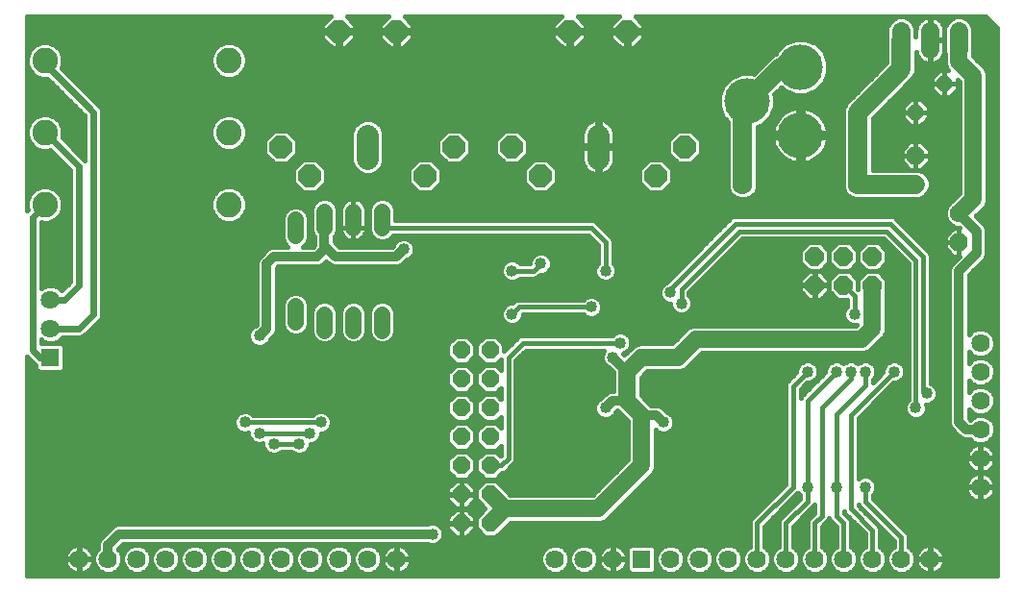
<source format=gbl>
G75*
G70*
%OFA0B0*%
%FSLAX24Y24*%
%IPPOS*%
%LPD*%
%AMOC8*
5,1,8,0,0,1.08239X$1,22.5*
%
%ADD10C,0.0640*%
%ADD11C,0.1580*%
%ADD12C,0.0640*%
%ADD13C,0.0680*%
%ADD14OC8,0.0620*%
%ADD15C,0.0620*%
%ADD16OC8,0.0560*%
%ADD17C,0.0886*%
%ADD18R,0.0640X0.0640*%
%ADD19C,0.0560*%
%ADD20C,0.0780*%
%ADD21OC8,0.0780*%
%ADD22OC8,0.0640*%
%ADD23OC8,0.0600*%
%ADD24C,0.0400*%
%ADD25C,0.0160*%
%ADD26C,0.0660*%
%ADD27C,0.0600*%
%ADD28C,0.0320*%
%ADD29C,0.0240*%
D10*
X002334Y000940D03*
X003334Y000940D03*
X004334Y000940D03*
X005334Y000940D03*
X006334Y000940D03*
X007334Y000940D03*
X008334Y000940D03*
X009334Y000940D03*
X010334Y000940D03*
X011334Y000940D03*
X012334Y000940D03*
X013334Y000940D03*
X018834Y000940D03*
X019834Y000940D03*
X020834Y000940D03*
X022834Y000940D03*
X023834Y000940D03*
X024834Y000940D03*
X025834Y000940D03*
X026834Y000940D03*
X027834Y000940D03*
X028834Y000940D03*
X029834Y000940D03*
X030834Y000940D03*
X031834Y000940D03*
X033584Y003440D03*
X033584Y004440D03*
X033584Y005440D03*
X033584Y006440D03*
X033584Y007440D03*
X033584Y008440D03*
X001334Y008940D03*
X001334Y009940D03*
D11*
X025483Y016827D03*
X027334Y015646D03*
X027334Y018008D03*
D12*
X030834Y018620D02*
X030834Y019260D01*
X031834Y019260D02*
X031834Y018620D01*
X032834Y018620D02*
X032834Y019260D01*
D13*
X029334Y013940D03*
X025334Y013940D03*
D14*
X031334Y014940D03*
X032834Y011940D03*
D15*
X032834Y012940D03*
X031334Y013940D03*
D16*
X031334Y016440D03*
X032334Y017440D03*
X033334Y016440D03*
X030334Y017440D03*
D17*
X007523Y018240D03*
X007523Y015740D03*
X007523Y013240D03*
X001145Y013240D03*
X001145Y015740D03*
X001145Y018240D03*
D18*
X001334Y007940D03*
X021834Y000940D03*
D19*
X012834Y008880D02*
X012834Y009440D01*
X011834Y009440D02*
X011834Y008880D01*
X010834Y008880D02*
X010834Y009440D01*
X009834Y009160D02*
X009834Y009720D01*
X009834Y012160D02*
X009834Y012720D01*
X010834Y012440D02*
X010834Y013000D01*
X011834Y013000D02*
X011834Y012440D01*
X012834Y012440D02*
X012834Y013000D01*
D20*
X012334Y014850D02*
X012334Y015630D01*
X020334Y015630D02*
X020334Y014850D01*
D21*
X018334Y014240D03*
X017334Y015240D03*
X015334Y015240D03*
X014334Y014240D03*
X010334Y014240D03*
X009334Y015240D03*
X011334Y019240D03*
X013334Y019240D03*
X019334Y019240D03*
X021334Y019240D03*
X023334Y015240D03*
X022334Y014240D03*
D22*
X027834Y011440D03*
X028834Y011440D03*
X029834Y011440D03*
X029834Y010440D03*
X028834Y010440D03*
X027834Y010440D03*
D23*
X016584Y008190D03*
X015584Y008190D03*
X015584Y007190D03*
X016584Y007190D03*
X016584Y006190D03*
X015584Y006190D03*
X015584Y005190D03*
X016584Y005190D03*
X016584Y004190D03*
X015584Y004190D03*
X015584Y003190D03*
X016584Y003190D03*
X016584Y002190D03*
X015584Y002190D03*
D24*
X014584Y001815D03*
X017834Y004815D03*
X019834Y004690D03*
X021084Y005690D03*
X020584Y006190D03*
X020209Y006940D03*
X020834Y007940D03*
X021084Y008440D03*
X022084Y008815D03*
X023084Y007940D03*
X023584Y007440D03*
X022584Y006815D03*
X022584Y005690D03*
X026084Y007440D03*
X027584Y007440D03*
X028584Y007440D03*
X029084Y007440D03*
X029584Y007440D03*
X030584Y007440D03*
X031709Y006690D03*
X031334Y006190D03*
X029584Y003440D03*
X028584Y003440D03*
X027584Y003440D03*
X026334Y003690D03*
X029209Y009440D03*
X024334Y009940D03*
X023209Y009815D03*
X022834Y010190D03*
X022084Y010190D03*
X020584Y010940D03*
X019959Y010315D03*
X020084Y009690D03*
X018334Y011190D03*
X019209Y011690D03*
X017334Y010940D03*
X017334Y009440D03*
X013584Y011690D03*
X008584Y008690D03*
X011084Y006690D03*
X010709Y005690D03*
X010334Y005315D03*
X009959Y004940D03*
X009084Y004940D03*
X008584Y005315D03*
X008084Y005690D03*
X006584Y003690D03*
X003834Y004440D03*
X002584Y005440D03*
X004084Y007940D03*
X020459Y012940D03*
X023209Y011940D03*
D25*
X000514Y007960D02*
X000514Y000370D01*
X034154Y000370D01*
X034154Y019365D01*
X033759Y019760D01*
X021620Y019760D01*
X021904Y019476D01*
X021904Y019290D01*
X021384Y019290D01*
X021384Y019190D01*
X021904Y019190D01*
X021904Y019004D01*
X021570Y018670D01*
X021384Y018670D01*
X021384Y019189D01*
X021283Y019189D01*
X021283Y018670D01*
X021097Y018670D01*
X020764Y019004D01*
X020764Y019190D01*
X021283Y019190D01*
X021283Y019290D01*
X020764Y019290D01*
X020764Y019476D01*
X021048Y019760D01*
X019620Y019760D01*
X019904Y019476D01*
X019904Y019290D01*
X019384Y019290D01*
X019384Y019190D01*
X019904Y019190D01*
X019904Y019004D01*
X019570Y018670D01*
X019384Y018670D01*
X019384Y019189D01*
X019283Y019189D01*
X019283Y018670D01*
X019097Y018670D01*
X018764Y019004D01*
X018764Y019190D01*
X019283Y019190D01*
X019283Y019290D01*
X018764Y019290D01*
X018764Y019476D01*
X019048Y019760D01*
X013620Y019760D01*
X013904Y019476D01*
X013904Y019290D01*
X013384Y019290D01*
X013384Y019190D01*
X013904Y019190D01*
X013904Y019004D01*
X013570Y018670D01*
X013384Y018670D01*
X013384Y019189D01*
X013283Y019189D01*
X013283Y018670D01*
X013097Y018670D01*
X012764Y019004D01*
X012764Y019190D01*
X013283Y019190D01*
X013283Y019290D01*
X012764Y019290D01*
X012764Y019476D01*
X013048Y019760D01*
X011620Y019760D01*
X011904Y019476D01*
X011904Y019290D01*
X011384Y019290D01*
X011384Y019190D01*
X011904Y019190D01*
X011904Y019004D01*
X011570Y018670D01*
X011384Y018670D01*
X011384Y019189D01*
X011283Y019189D01*
X011283Y018670D01*
X011097Y018670D01*
X010764Y019004D01*
X010764Y019190D01*
X011283Y019190D01*
X011283Y019290D01*
X010764Y019290D01*
X010764Y019476D01*
X011048Y019760D01*
X000514Y019760D01*
X000514Y013033D01*
X000544Y013063D01*
X000522Y013116D01*
X000522Y013364D01*
X000616Y013593D01*
X000792Y013768D01*
X001021Y013863D01*
X001268Y013863D01*
X001497Y013768D01*
X001673Y013593D01*
X001767Y013364D01*
X001767Y013116D01*
X001673Y012887D01*
X001497Y012712D01*
X001268Y012617D01*
X001021Y012617D01*
X001009Y012622D01*
X001009Y010322D01*
X001050Y010364D01*
X001234Y010440D01*
X001433Y010440D01*
X001617Y010364D01*
X001725Y010255D01*
X002034Y010564D01*
X002034Y014426D01*
X001321Y015139D01*
X001268Y015117D01*
X001021Y015117D01*
X000792Y015212D01*
X000616Y015387D01*
X000522Y015616D01*
X000522Y015864D01*
X000616Y016093D01*
X000792Y016268D01*
X001021Y016363D01*
X001268Y016363D01*
X001497Y016268D01*
X001673Y016093D01*
X001767Y015864D01*
X001767Y015616D01*
X001746Y015563D01*
X002503Y014805D01*
X002534Y014775D01*
X002534Y016315D01*
X001232Y017617D01*
X001021Y017617D01*
X000792Y017712D01*
X000616Y017887D01*
X000522Y018116D01*
X000522Y018364D01*
X000616Y018593D01*
X000792Y018768D01*
X001021Y018863D01*
X001268Y018863D01*
X001497Y018768D01*
X001673Y018593D01*
X001767Y018364D01*
X001767Y018116D01*
X001713Y017984D01*
X003003Y016694D01*
X003088Y016610D01*
X003134Y016499D01*
X003134Y009499D01*
X003134Y009380D01*
X003088Y009270D01*
X002588Y008770D01*
X002503Y008685D01*
X002393Y008640D01*
X001741Y008640D01*
X001617Y008516D01*
X001433Y008440D01*
X001234Y008440D01*
X001050Y008516D01*
X001009Y008558D01*
X001009Y008440D01*
X001728Y008440D01*
X001834Y008334D01*
X001834Y007545D01*
X001728Y007440D01*
X000939Y007440D01*
X000834Y007545D01*
X000834Y007667D01*
X000789Y007685D01*
X000539Y007935D01*
X000514Y007960D01*
X000514Y007941D02*
X000533Y007941D01*
X000514Y007782D02*
X000692Y007782D01*
X000834Y007623D02*
X000514Y007623D01*
X000514Y007465D02*
X000914Y007465D01*
X000514Y007306D02*
X015104Y007306D01*
X015104Y007388D02*
X015104Y006991D01*
X015385Y006710D01*
X015782Y006710D01*
X016064Y006991D01*
X016064Y007388D01*
X015782Y007670D01*
X015385Y007670D01*
X015104Y007388D01*
X015180Y007465D02*
X001753Y007465D01*
X001834Y007623D02*
X015339Y007623D01*
X015385Y007710D02*
X015782Y007710D01*
X016064Y007991D01*
X016064Y008388D01*
X015782Y008670D01*
X015385Y008670D01*
X015104Y008388D01*
X015104Y007991D01*
X015385Y007710D01*
X015312Y007782D02*
X001834Y007782D01*
X001834Y007941D02*
X015154Y007941D01*
X015104Y008099D02*
X001834Y008099D01*
X001834Y008258D02*
X015104Y008258D01*
X015131Y008416D02*
X008847Y008416D01*
X008799Y008368D02*
X008906Y008474D01*
X008946Y008571D01*
X009122Y008747D01*
X009174Y008872D01*
X009174Y009007D01*
X009174Y011049D01*
X009224Y011100D01*
X010651Y011100D01*
X010776Y011151D01*
X010872Y011247D01*
X010896Y011271D01*
X010920Y011247D01*
X011016Y011151D01*
X011141Y011100D01*
X013266Y011100D01*
X013401Y011100D01*
X013526Y011151D01*
X013702Y011328D01*
X013799Y011368D01*
X013906Y011474D01*
X013964Y011614D01*
X013964Y011765D01*
X013906Y011905D01*
X013799Y012012D01*
X013659Y012070D01*
X013508Y012070D01*
X013368Y012012D01*
X013261Y011905D01*
X013221Y011808D01*
X013193Y011780D01*
X011349Y011780D01*
X011174Y011955D01*
X011174Y012129D01*
X011223Y012179D01*
X011294Y012348D01*
X011294Y013091D01*
X011223Y013260D01*
X011094Y013390D01*
X010925Y013460D01*
X010742Y013460D01*
X010573Y013390D01*
X010444Y013260D01*
X010374Y013091D01*
X010374Y012348D01*
X010444Y012179D01*
X010494Y012129D01*
X010494Y011882D01*
X010494Y011830D01*
X010443Y011780D01*
X010104Y011780D01*
X010223Y011899D01*
X010294Y012068D01*
X010294Y012811D01*
X010223Y012980D01*
X010094Y013110D01*
X009925Y013180D01*
X009742Y013180D01*
X009573Y013110D01*
X009444Y012980D01*
X009374Y012811D01*
X009374Y012068D01*
X009444Y011899D01*
X009563Y011780D01*
X009016Y011780D01*
X008891Y011728D01*
X008795Y011632D01*
X008641Y011478D01*
X008545Y011382D01*
X008494Y011257D01*
X008494Y009080D01*
X008465Y009052D01*
X008368Y009012D01*
X008261Y008905D01*
X008204Y008765D01*
X008204Y008614D01*
X008261Y008474D01*
X008368Y008368D01*
X008508Y008310D01*
X008659Y008310D01*
X008799Y008368D01*
X008949Y008575D02*
X010488Y008575D01*
X010444Y008619D02*
X010573Y008490D01*
X010742Y008420D01*
X010925Y008420D01*
X011094Y008490D01*
X011223Y008619D01*
X011294Y008788D01*
X011294Y009531D01*
X011223Y009700D01*
X011094Y009830D01*
X010925Y009900D01*
X010742Y009900D01*
X010573Y009830D01*
X010444Y009700D01*
X010374Y009531D01*
X010374Y008788D01*
X010444Y008619D01*
X010396Y008733D02*
X010006Y008733D01*
X009925Y008700D02*
X010094Y008770D01*
X010223Y008899D01*
X010294Y009068D01*
X010294Y009811D01*
X010223Y009980D01*
X010094Y010110D01*
X009925Y010180D01*
X009742Y010180D01*
X009573Y010110D01*
X009444Y009980D01*
X009374Y009811D01*
X009374Y009068D01*
X009444Y008899D01*
X009573Y008770D01*
X009742Y008700D01*
X009925Y008700D01*
X009661Y008733D02*
X009108Y008733D01*
X009174Y008892D02*
X009451Y008892D01*
X009381Y009050D02*
X009174Y009050D01*
X009174Y009209D02*
X009374Y009209D01*
X009374Y009367D02*
X009174Y009367D01*
X009174Y009526D02*
X009374Y009526D01*
X009374Y009684D02*
X009174Y009684D01*
X009174Y009843D02*
X009387Y009843D01*
X009465Y010002D02*
X009174Y010002D01*
X009174Y010160D02*
X009695Y010160D01*
X009972Y010160D02*
X022454Y010160D01*
X022454Y010114D02*
X022454Y010265D01*
X022511Y010405D01*
X022618Y010512D01*
X022695Y010543D01*
X024936Y012785D01*
X025032Y012825D01*
X025135Y012825D01*
X030510Y012825D01*
X030606Y012785D01*
X030679Y012712D01*
X031731Y011660D01*
X031804Y011587D01*
X031844Y011491D01*
X031844Y007045D01*
X031924Y007012D01*
X032031Y006905D01*
X032089Y006765D01*
X032089Y006614D01*
X032031Y006474D01*
X031924Y006368D01*
X031784Y006310D01*
X031695Y006310D01*
X031714Y006265D01*
X031714Y006114D01*
X031656Y005974D01*
X031549Y005868D01*
X031409Y005810D01*
X031258Y005810D01*
X031118Y005868D01*
X031011Y005974D01*
X030954Y006114D01*
X030954Y006265D01*
X031011Y006405D01*
X031074Y006467D01*
X031074Y011207D01*
X030226Y012055D01*
X025316Y012055D01*
X023469Y010207D01*
X023469Y010092D01*
X023531Y010030D01*
X023589Y009890D01*
X023589Y009739D01*
X023531Y009599D01*
X023424Y009493D01*
X023284Y009435D01*
X023133Y009435D01*
X022993Y009493D01*
X022886Y009599D01*
X022829Y009739D01*
X022829Y009810D01*
X022758Y009810D01*
X022618Y009868D01*
X022511Y009974D01*
X022454Y010114D01*
X022500Y010002D02*
X020309Y010002D01*
X020299Y010012D02*
X020159Y010070D01*
X020008Y010070D01*
X019868Y010012D01*
X019806Y009950D01*
X017635Y009950D01*
X017532Y009950D01*
X017436Y009910D01*
X017346Y009820D01*
X017258Y009820D01*
X017118Y009762D01*
X017011Y009655D01*
X016954Y009515D01*
X016954Y009364D01*
X017011Y009224D01*
X017118Y009118D01*
X017258Y009060D01*
X017409Y009060D01*
X017549Y009118D01*
X017656Y009224D01*
X017714Y009364D01*
X017714Y009430D01*
X019806Y009430D01*
X019868Y009368D01*
X020008Y009310D01*
X020159Y009310D01*
X020299Y009368D01*
X020406Y009474D01*
X020464Y009614D01*
X020464Y009765D01*
X020406Y009905D01*
X020299Y010012D01*
X020431Y009843D02*
X022677Y009843D01*
X022851Y009684D02*
X020464Y009684D01*
X020427Y009526D02*
X022960Y009526D01*
X023209Y009815D02*
X023209Y010315D01*
X025209Y012315D01*
X030334Y012315D01*
X031334Y011315D01*
X031334Y006190D01*
X031714Y006197D02*
X032494Y006197D01*
X032494Y006355D02*
X031894Y006355D01*
X032047Y006514D02*
X032494Y006514D01*
X032494Y006672D02*
X032089Y006672D01*
X032061Y006831D02*
X032494Y006831D01*
X032494Y006989D02*
X031946Y006989D01*
X031844Y007148D02*
X032494Y007148D01*
X032494Y007306D02*
X031844Y007306D01*
X031844Y007465D02*
X032494Y007465D01*
X032494Y007623D02*
X031844Y007623D01*
X031844Y007782D02*
X032494Y007782D01*
X032494Y007941D02*
X031844Y007941D01*
X031844Y008099D02*
X032494Y008099D01*
X032494Y008258D02*
X031844Y008258D01*
X031844Y008416D02*
X032494Y008416D01*
X032494Y008575D02*
X031844Y008575D01*
X031844Y008733D02*
X032494Y008733D01*
X032494Y008892D02*
X031844Y008892D01*
X031844Y009050D02*
X032494Y009050D01*
X032494Y009209D02*
X031844Y009209D01*
X031844Y009367D02*
X032494Y009367D01*
X032494Y009526D02*
X031844Y009526D01*
X031844Y009684D02*
X032494Y009684D01*
X032494Y009843D02*
X031844Y009843D01*
X031844Y010002D02*
X032494Y010002D01*
X032494Y010160D02*
X031844Y010160D01*
X031844Y010319D02*
X032494Y010319D01*
X032494Y010477D02*
X031844Y010477D01*
X031844Y010636D02*
X032494Y010636D01*
X032494Y010794D02*
X031844Y010794D01*
X031844Y010953D02*
X032494Y010953D01*
X032494Y011007D02*
X032494Y010872D01*
X032494Y005757D01*
X032494Y005622D01*
X032545Y005497D01*
X032795Y005247D01*
X032891Y005151D01*
X033016Y005100D01*
X033216Y005100D01*
X033300Y005016D01*
X033484Y004940D01*
X033683Y004940D01*
X033867Y005016D01*
X034007Y005156D01*
X034084Y005340D01*
X034084Y005539D01*
X034007Y005723D01*
X033867Y005864D01*
X033683Y005940D01*
X033867Y006016D01*
X034007Y006156D01*
X034084Y006340D01*
X034084Y006539D01*
X034007Y006723D01*
X033867Y006864D01*
X033683Y006940D01*
X033867Y007016D01*
X034007Y007156D01*
X034084Y007340D01*
X034084Y007539D01*
X034007Y007723D01*
X033867Y007864D01*
X033683Y007940D01*
X033867Y008016D01*
X034007Y008156D01*
X034084Y008340D01*
X034084Y008539D01*
X034007Y008723D01*
X033867Y008864D01*
X033683Y008940D01*
X033484Y008940D01*
X033300Y008864D01*
X033174Y008737D01*
X033174Y010799D01*
X033747Y011372D01*
X033799Y011497D01*
X033799Y011632D01*
X033799Y012382D01*
X033747Y012507D01*
X033651Y012603D01*
X033413Y012841D01*
X033740Y013168D01*
X033814Y013344D01*
X033814Y013535D01*
X033814Y016535D01*
X033814Y017594D01*
X033814Y017785D01*
X033740Y017962D01*
X033314Y018389D01*
X033314Y018472D01*
X033334Y018520D01*
X033334Y019359D01*
X033257Y019543D01*
X033117Y019684D01*
X032933Y019760D01*
X032734Y019760D01*
X032550Y019684D01*
X032410Y019543D01*
X032334Y019359D01*
X032334Y018520D01*
X032354Y018472D01*
X032354Y018094D01*
X032427Y017918D01*
X032445Y017900D01*
X032334Y017900D01*
X032334Y017440D01*
X032794Y017440D01*
X032794Y017551D01*
X032854Y017491D01*
X032854Y016535D01*
X032854Y013639D01*
X032580Y013365D01*
X032556Y013355D01*
X032418Y013217D01*
X032344Y013037D01*
X032344Y012842D01*
X032418Y012662D01*
X032556Y012524D01*
X032736Y012450D01*
X032843Y012450D01*
X032863Y012430D01*
X032834Y012430D01*
X032834Y011940D01*
X032833Y011940D01*
X032833Y011939D01*
X032834Y011939D01*
X032834Y011450D01*
X032863Y011450D01*
X032545Y011132D01*
X032494Y011007D01*
X032537Y011111D02*
X031844Y011111D01*
X031844Y011270D02*
X032683Y011270D01*
X032631Y011450D02*
X032833Y011450D01*
X032833Y011939D01*
X032344Y011939D01*
X032344Y011737D01*
X032631Y011450D01*
X032493Y011587D02*
X031804Y011587D01*
X031844Y011428D02*
X032842Y011428D01*
X032833Y011587D02*
X032834Y011587D01*
X032833Y011746D02*
X032834Y011746D01*
X032833Y011904D02*
X032834Y011904D01*
X032833Y011940D02*
X032344Y011940D01*
X032344Y012143D01*
X032631Y012430D01*
X032833Y012430D01*
X032833Y011940D01*
X032833Y012063D02*
X032834Y012063D01*
X032833Y012221D02*
X032834Y012221D01*
X032833Y012380D02*
X032834Y012380D01*
X032581Y012380D02*
X031011Y012380D01*
X030853Y012538D02*
X032542Y012538D01*
X032404Y012697D02*
X030694Y012697D01*
X030459Y012565D02*
X025084Y012565D01*
X022834Y010315D01*
X022834Y010190D01*
X022476Y010319D02*
X009174Y010319D01*
X009174Y010477D02*
X022584Y010477D01*
X022787Y010636D02*
X020817Y010636D01*
X020799Y010618D02*
X020906Y010724D01*
X020964Y010864D01*
X020964Y011015D01*
X020906Y011155D01*
X020844Y011217D01*
X020844Y011888D01*
X020844Y011991D01*
X020804Y012087D01*
X020304Y012587D01*
X020231Y012660D01*
X020135Y012700D01*
X013294Y012700D01*
X013294Y013091D01*
X013223Y013260D01*
X013094Y013390D01*
X012925Y013460D01*
X012742Y013460D01*
X012573Y013390D01*
X012444Y013260D01*
X012374Y013091D01*
X012374Y012348D01*
X012444Y012179D01*
X012573Y012050D01*
X012742Y011980D01*
X012925Y011980D01*
X013094Y012050D01*
X013223Y012179D01*
X013224Y012180D01*
X019976Y012180D01*
X020324Y011832D01*
X020324Y011217D01*
X020261Y011155D01*
X020204Y011015D01*
X020204Y010864D01*
X020261Y010724D01*
X020368Y010618D01*
X020508Y010560D01*
X020659Y010560D01*
X020799Y010618D01*
X020935Y010794D02*
X022945Y010794D01*
X023104Y010953D02*
X020964Y010953D01*
X020924Y011111D02*
X023263Y011111D01*
X023421Y011270D02*
X020844Y011270D01*
X020844Y011428D02*
X023580Y011428D01*
X023738Y011587D02*
X020844Y011587D01*
X020844Y011746D02*
X023897Y011746D01*
X024055Y011904D02*
X020844Y011904D01*
X020814Y012063D02*
X024214Y012063D01*
X024372Y012221D02*
X020670Y012221D01*
X020511Y012380D02*
X024531Y012380D01*
X024689Y012538D02*
X020353Y012538D01*
X020142Y012697D02*
X024848Y012697D01*
X025166Y011904D02*
X027591Y011904D01*
X027626Y011940D02*
X027334Y011647D01*
X027334Y011233D01*
X027626Y010940D01*
X028041Y010940D01*
X028334Y011233D01*
X028626Y010940D01*
X029041Y010940D01*
X028626Y010940D01*
X028334Y010647D01*
X028334Y010233D01*
X028626Y009940D01*
X028949Y009940D01*
X028949Y009717D01*
X028886Y009655D01*
X028829Y009515D01*
X028829Y009364D01*
X028886Y009224D01*
X028993Y009118D01*
X029133Y009060D01*
X029275Y009060D01*
X029260Y009045D01*
X023613Y009045D01*
X023437Y008972D01*
X023302Y008837D01*
X022885Y008420D01*
X021929Y008420D01*
X021738Y008420D01*
X021562Y008347D01*
X021234Y008019D01*
X021196Y008058D01*
X021190Y008072D01*
X021299Y008118D01*
X021406Y008224D01*
X021464Y008364D01*
X021464Y008515D01*
X021406Y008655D01*
X021299Y008762D01*
X021159Y008820D01*
X021008Y008820D01*
X020868Y008762D01*
X020806Y008700D01*
X017760Y008700D01*
X017657Y008700D01*
X017561Y008660D01*
X017064Y008162D01*
X017064Y008388D01*
X016782Y008670D01*
X016385Y008670D01*
X016104Y008388D01*
X016104Y007991D01*
X016385Y007710D01*
X016782Y007710D01*
X016949Y007876D01*
X016949Y007503D01*
X016782Y007670D01*
X016385Y007670D01*
X016104Y007388D01*
X016104Y006991D01*
X016385Y006710D01*
X016782Y006710D01*
X016949Y006876D01*
X016949Y006503D01*
X016782Y006670D01*
X016385Y006670D01*
X016104Y006388D01*
X016104Y005991D01*
X016385Y005710D01*
X016782Y005710D01*
X016949Y005876D01*
X016949Y005503D01*
X016782Y005670D01*
X016385Y005670D01*
X016104Y005388D01*
X016104Y004991D01*
X016385Y004710D01*
X016782Y004710D01*
X016949Y004876D01*
X016949Y004547D01*
X016927Y004525D01*
X016782Y004670D01*
X016385Y004670D01*
X016104Y004388D01*
X016104Y003991D01*
X016385Y003710D01*
X016782Y003710D01*
X017002Y003930D01*
X017010Y003930D01*
X017106Y003969D01*
X017179Y004042D01*
X017429Y004292D01*
X017469Y004388D01*
X017469Y004491D01*
X017469Y007832D01*
X017816Y008180D01*
X020536Y008180D01*
X020511Y008155D01*
X020454Y008015D01*
X020454Y007864D01*
X020511Y007724D01*
X020618Y007618D01*
X020715Y007577D01*
X020854Y007439D01*
X020854Y007344D01*
X020854Y006780D01*
X020766Y006780D01*
X020641Y006728D01*
X020465Y006552D01*
X020368Y006512D01*
X020261Y006405D01*
X020204Y006265D01*
X020204Y006114D01*
X020261Y005974D01*
X020368Y005868D01*
X020508Y005810D01*
X020659Y005810D01*
X020799Y005868D01*
X020906Y005974D01*
X020946Y006071D01*
X020974Y006100D01*
X020995Y006100D01*
X021062Y006033D01*
X021354Y005741D01*
X021354Y004389D01*
X020135Y003170D01*
X017282Y003170D01*
X016855Y003597D01*
X016782Y003670D01*
X016385Y003670D01*
X016312Y003597D01*
X016312Y003597D01*
X016177Y003462D01*
X016177Y003461D01*
X016104Y003388D01*
X016104Y002991D01*
X016177Y002918D01*
X016177Y002918D01*
X016405Y002690D01*
X016177Y002462D01*
X016177Y002461D01*
X016104Y002388D01*
X016104Y002285D01*
X016104Y002094D01*
X016104Y001991D01*
X016177Y001918D01*
X016177Y001918D01*
X016312Y001783D01*
X016385Y001710D01*
X016488Y001710D01*
X016679Y001710D01*
X016782Y001710D01*
X016855Y001783D01*
X016855Y001783D01*
X017282Y002210D01*
X020429Y002210D01*
X020605Y002283D01*
X020740Y002418D01*
X022240Y003918D01*
X022314Y004094D01*
X022314Y004285D01*
X022314Y005422D01*
X022368Y005368D01*
X022508Y005310D01*
X022659Y005310D01*
X022799Y005368D01*
X022906Y005474D01*
X022964Y005614D01*
X022964Y005765D01*
X022906Y005905D01*
X022799Y006012D01*
X022702Y006052D01*
X022526Y006228D01*
X022401Y006280D01*
X022266Y006280D01*
X022172Y006280D01*
X022105Y006347D01*
X021814Y006638D01*
X021814Y007241D01*
X022032Y007460D01*
X023179Y007460D01*
X023355Y007533D01*
X023490Y007668D01*
X023907Y008085D01*
X029363Y008085D01*
X029554Y008085D01*
X029730Y008158D01*
X030105Y008533D01*
X030240Y008668D01*
X030314Y008844D01*
X030314Y010213D01*
X030334Y010233D01*
X030334Y010647D01*
X030041Y010940D01*
X029626Y010940D01*
X030041Y010940D01*
X030334Y011233D01*
X030334Y011647D01*
X030041Y011940D01*
X029626Y011940D01*
X029334Y011647D01*
X029334Y011233D01*
X029626Y010940D01*
X029334Y010647D01*
X029334Y010307D01*
X029334Y010307D01*
X029334Y010647D01*
X029041Y010940D01*
X029334Y011233D01*
X029334Y011647D01*
X029041Y011940D01*
X028626Y011940D01*
X028334Y011647D01*
X028334Y011233D01*
X028334Y011647D01*
X028041Y011940D01*
X027626Y011940D01*
X027432Y011746D02*
X025007Y011746D01*
X024849Y011587D02*
X027334Y011587D01*
X027334Y011428D02*
X024690Y011428D01*
X024531Y011270D02*
X027334Y011270D01*
X027455Y011111D02*
X024373Y011111D01*
X024214Y010953D02*
X027613Y010953D01*
X027626Y010940D02*
X027334Y010647D01*
X027334Y010460D01*
X027813Y010460D01*
X027813Y010420D01*
X027334Y010420D01*
X027334Y010233D01*
X027626Y009940D01*
X027813Y009940D01*
X027813Y010419D01*
X027854Y010419D01*
X027854Y009940D01*
X028041Y009940D01*
X028334Y010233D01*
X028334Y010420D01*
X027854Y010420D01*
X027854Y010460D01*
X028334Y010460D01*
X028334Y010647D01*
X028041Y010940D01*
X027854Y010940D01*
X027854Y010460D01*
X027813Y010460D01*
X027813Y010940D01*
X027626Y010940D01*
X027481Y010794D02*
X024056Y010794D01*
X023897Y010636D02*
X027334Y010636D01*
X027334Y010477D02*
X023739Y010477D01*
X023580Y010319D02*
X027334Y010319D01*
X027406Y010160D02*
X023469Y010160D01*
X023542Y010002D02*
X027565Y010002D01*
X027813Y010002D02*
X027854Y010002D01*
X027854Y010160D02*
X027813Y010160D01*
X027813Y010319D02*
X027854Y010319D01*
X027854Y010477D02*
X027813Y010477D01*
X027813Y010636D02*
X027854Y010636D01*
X027854Y010794D02*
X027813Y010794D01*
X028054Y010953D02*
X028613Y010953D01*
X028481Y010794D02*
X028186Y010794D01*
X028334Y010636D02*
X028334Y010636D01*
X028334Y010477D02*
X028334Y010477D01*
X028334Y010319D02*
X028334Y010319D01*
X028261Y010160D02*
X028406Y010160D01*
X028565Y010002D02*
X028103Y010002D01*
X028834Y010440D02*
X029209Y010065D01*
X029209Y009440D01*
X028916Y009684D02*
X023566Y009684D01*
X023589Y009843D02*
X028949Y009843D01*
X028833Y009526D02*
X023457Y009526D01*
X023357Y008892D02*
X013294Y008892D01*
X013294Y008788D02*
X013223Y008619D01*
X013094Y008490D01*
X012925Y008420D01*
X012742Y008420D01*
X012573Y008490D01*
X012444Y008619D01*
X012374Y008788D01*
X012374Y009531D01*
X012444Y009700D01*
X012573Y009830D01*
X012742Y009900D01*
X012925Y009900D01*
X013094Y009830D01*
X013223Y009700D01*
X013294Y009531D01*
X013294Y008788D01*
X013271Y008733D02*
X020840Y008733D01*
X021084Y008440D02*
X017709Y008440D01*
X017209Y007940D01*
X017209Y004440D01*
X016959Y004190D01*
X016584Y004190D01*
X017113Y003977D02*
X020942Y003977D01*
X021101Y004135D02*
X017272Y004135D01*
X017430Y004294D02*
X021259Y004294D01*
X021354Y004453D02*
X017469Y004453D01*
X017469Y004611D02*
X021354Y004611D01*
X021354Y004770D02*
X017469Y004770D01*
X017469Y004928D02*
X021354Y004928D01*
X021354Y005087D02*
X017469Y005087D01*
X017469Y005245D02*
X021354Y005245D01*
X021354Y005404D02*
X017469Y005404D01*
X017469Y005562D02*
X021354Y005562D01*
X021354Y005721D02*
X017469Y005721D01*
X017469Y005879D02*
X020356Y005879D01*
X020235Y006038D02*
X017469Y006038D01*
X017469Y006197D02*
X020204Y006197D01*
X020241Y006355D02*
X017469Y006355D01*
X017469Y006514D02*
X020373Y006514D01*
X020585Y006672D02*
X017469Y006672D01*
X017469Y006831D02*
X020854Y006831D01*
X020854Y006989D02*
X017469Y006989D01*
X017469Y007148D02*
X020854Y007148D01*
X020854Y007306D02*
X017469Y007306D01*
X017469Y007465D02*
X020828Y007465D01*
X020612Y007623D02*
X017469Y007623D01*
X017469Y007782D02*
X020488Y007782D01*
X020454Y007941D02*
X017577Y007941D01*
X017736Y008099D02*
X020488Y008099D01*
X021254Y008099D02*
X021314Y008099D01*
X021419Y008258D02*
X021473Y008258D01*
X021464Y008416D02*
X021730Y008416D01*
X021439Y008575D02*
X023040Y008575D01*
X023198Y008733D02*
X021327Y008733D01*
X020298Y009367D02*
X028829Y009367D01*
X028902Y009209D02*
X017640Y009209D01*
X017714Y009367D02*
X019869Y009367D01*
X020084Y009690D02*
X017584Y009690D01*
X017334Y009440D01*
X017041Y009684D02*
X013230Y009684D01*
X013294Y009526D02*
X016958Y009526D01*
X016954Y009367D02*
X013294Y009367D01*
X013294Y009209D02*
X017027Y009209D01*
X016877Y008575D02*
X017476Y008575D01*
X017317Y008416D02*
X017036Y008416D01*
X017064Y008258D02*
X017159Y008258D01*
X016949Y007782D02*
X016855Y007782D01*
X016829Y007623D02*
X016949Y007623D01*
X016339Y007623D02*
X015829Y007623D01*
X015855Y007782D02*
X016312Y007782D01*
X016154Y007941D02*
X016013Y007941D01*
X016064Y008099D02*
X016104Y008099D01*
X016104Y008258D02*
X016064Y008258D01*
X016036Y008416D02*
X016131Y008416D01*
X016290Y008575D02*
X015877Y008575D01*
X015290Y008575D02*
X013179Y008575D01*
X012488Y008575D02*
X012179Y008575D01*
X012223Y008619D02*
X012094Y008490D01*
X011925Y008420D01*
X011742Y008420D01*
X011573Y008490D01*
X011444Y008619D01*
X011374Y008788D01*
X011374Y009531D01*
X011444Y009700D01*
X011573Y009830D01*
X011742Y009900D01*
X011925Y009900D01*
X012094Y009830D01*
X012223Y009700D01*
X012294Y009531D01*
X012294Y008788D01*
X012223Y008619D01*
X012271Y008733D02*
X012396Y008733D01*
X012374Y008892D02*
X012294Y008892D01*
X012294Y009050D02*
X012374Y009050D01*
X012374Y009209D02*
X012294Y009209D01*
X012294Y009367D02*
X012374Y009367D01*
X012374Y009526D02*
X012294Y009526D01*
X012230Y009684D02*
X012437Y009684D01*
X012605Y009843D02*
X012062Y009843D01*
X011605Y009843D02*
X011062Y009843D01*
X011230Y009684D02*
X011437Y009684D01*
X011374Y009526D02*
X011294Y009526D01*
X011294Y009367D02*
X011374Y009367D01*
X011374Y009209D02*
X011294Y009209D01*
X011294Y009050D02*
X011374Y009050D01*
X011374Y008892D02*
X011294Y008892D01*
X011271Y008733D02*
X011396Y008733D01*
X011488Y008575D02*
X011179Y008575D01*
X010374Y008892D02*
X010216Y008892D01*
X010286Y009050D02*
X010374Y009050D01*
X010374Y009209D02*
X010294Y009209D01*
X010294Y009367D02*
X010374Y009367D01*
X010374Y009526D02*
X010294Y009526D01*
X010294Y009684D02*
X010437Y009684D01*
X010280Y009843D02*
X010605Y009843D01*
X010202Y010002D02*
X019858Y010002D01*
X020350Y010636D02*
X017567Y010636D01*
X017549Y010618D02*
X017611Y010680D01*
X018032Y010680D01*
X018135Y010680D01*
X018231Y010719D01*
X018321Y010810D01*
X018409Y010810D01*
X018549Y010868D01*
X018656Y010974D01*
X018714Y011114D01*
X018714Y011265D01*
X018656Y011405D01*
X018549Y011512D01*
X018409Y011570D01*
X018258Y011570D01*
X018118Y011512D01*
X018011Y011405D01*
X017954Y011265D01*
X017954Y011200D01*
X017611Y011200D01*
X017549Y011262D01*
X017409Y011320D01*
X017258Y011320D01*
X017118Y011262D01*
X017011Y011155D01*
X016954Y011015D01*
X016954Y010864D01*
X017011Y010724D01*
X017118Y010618D01*
X017258Y010560D01*
X017409Y010560D01*
X017549Y010618D01*
X017334Y010940D02*
X018084Y010940D01*
X018334Y011190D01*
X018634Y010953D02*
X020204Y010953D01*
X020232Y010794D02*
X018306Y010794D01*
X018712Y011111D02*
X020243Y011111D01*
X020324Y011270D02*
X018712Y011270D01*
X018632Y011428D02*
X020324Y011428D01*
X020324Y011587D02*
X013952Y011587D01*
X013964Y011746D02*
X020324Y011746D01*
X020251Y011904D02*
X013906Y011904D01*
X013676Y012063D02*
X020093Y012063D01*
X020084Y012440D02*
X020584Y011940D01*
X020584Y010940D01*
X020084Y012440D02*
X012834Y012440D01*
X012426Y012221D02*
X012238Y012221D01*
X012227Y012199D02*
X012260Y012263D01*
X012282Y012332D01*
X012294Y012403D01*
X012294Y012439D01*
X011834Y012439D01*
X011834Y011980D01*
X011870Y011980D01*
X011941Y011991D01*
X012010Y012013D01*
X012075Y012046D01*
X012133Y012089D01*
X012184Y012140D01*
X012227Y012199D01*
X012097Y012063D02*
X012560Y012063D01*
X013107Y012063D02*
X013491Y012063D01*
X013261Y011904D02*
X011225Y011904D01*
X011174Y012063D02*
X011570Y012063D01*
X011592Y012046D02*
X011657Y012013D01*
X011726Y011991D01*
X011797Y011980D01*
X011833Y011980D01*
X011833Y012439D01*
X011834Y012439D01*
X011834Y012440D01*
X012294Y012440D01*
X012294Y013036D01*
X012282Y013107D01*
X012260Y013176D01*
X012227Y013241D01*
X012184Y013299D01*
X012133Y013351D01*
X012075Y013393D01*
X012010Y013426D01*
X011941Y013448D01*
X011870Y013460D01*
X011834Y013460D01*
X011834Y012440D01*
X011833Y012440D01*
X011833Y012439D01*
X011374Y012439D01*
X011374Y012403D01*
X011385Y012332D01*
X011407Y012263D01*
X011440Y012199D01*
X011483Y012140D01*
X011534Y012089D01*
X011592Y012046D01*
X011429Y012221D02*
X011241Y012221D01*
X011294Y012380D02*
X011377Y012380D01*
X011374Y012440D02*
X011833Y012440D01*
X011833Y013460D01*
X011797Y013460D01*
X011726Y013448D01*
X011657Y013426D01*
X011592Y013393D01*
X011534Y013351D01*
X011483Y013299D01*
X011440Y013241D01*
X011407Y013176D01*
X011385Y013107D01*
X011374Y013036D01*
X011374Y012440D01*
X011374Y012538D02*
X011294Y012538D01*
X011294Y012697D02*
X011374Y012697D01*
X011374Y012855D02*
X011294Y012855D01*
X011294Y013014D02*
X011374Y013014D01*
X011406Y013172D02*
X011260Y013172D01*
X011153Y013331D02*
X011514Y013331D01*
X011833Y013331D02*
X011834Y013331D01*
X011833Y013172D02*
X011834Y013172D01*
X011833Y013014D02*
X011834Y013014D01*
X011833Y012855D02*
X011834Y012855D01*
X011833Y012697D02*
X011834Y012697D01*
X011833Y012538D02*
X011834Y012538D01*
X011833Y012380D02*
X011834Y012380D01*
X011833Y012221D02*
X011834Y012221D01*
X011833Y012063D02*
X011834Y012063D01*
X012290Y012380D02*
X012374Y012380D01*
X012374Y012538D02*
X012294Y012538D01*
X012294Y012697D02*
X012374Y012697D01*
X012374Y012855D02*
X012294Y012855D01*
X012294Y013014D02*
X012374Y013014D01*
X012407Y013172D02*
X012261Y013172D01*
X012153Y013331D02*
X012514Y013331D01*
X013153Y013331D02*
X032532Y013331D01*
X032400Y013172D02*
X013260Y013172D01*
X013294Y013014D02*
X032344Y013014D01*
X032344Y012855D02*
X013294Y012855D01*
X014097Y013670D02*
X014570Y013670D01*
X014904Y014004D01*
X014904Y014476D01*
X014570Y014810D01*
X014097Y014810D01*
X013764Y014476D01*
X013764Y014004D01*
X014097Y013670D01*
X013961Y013807D02*
X010707Y013807D01*
X010570Y013670D02*
X010904Y014004D01*
X010904Y014476D01*
X010570Y014810D01*
X010097Y014810D01*
X009764Y014476D01*
X009764Y014004D01*
X010097Y013670D01*
X010570Y013670D01*
X010865Y013965D02*
X013802Y013965D01*
X013764Y014124D02*
X010904Y014124D01*
X010904Y014282D02*
X012214Y014282D01*
X012220Y014280D02*
X012447Y014280D01*
X012656Y014366D01*
X012817Y014527D01*
X012904Y014736D01*
X012904Y015743D01*
X012817Y015953D01*
X012656Y016113D01*
X012447Y016200D01*
X012220Y016200D01*
X012011Y016113D01*
X011850Y015953D01*
X011764Y015743D01*
X011764Y014736D01*
X011850Y014527D01*
X012011Y014366D01*
X012220Y014280D01*
X012453Y014282D02*
X013764Y014282D01*
X013764Y014441D02*
X012731Y014441D01*
X012847Y014599D02*
X013887Y014599D01*
X014046Y014758D02*
X012904Y014758D01*
X012904Y014916D02*
X014851Y014916D01*
X014764Y015004D02*
X015097Y014670D01*
X015570Y014670D01*
X015904Y015004D01*
X015904Y015476D01*
X015570Y015810D01*
X015097Y015810D01*
X014764Y015476D01*
X014764Y015004D01*
X014764Y015075D02*
X012904Y015075D01*
X012904Y015234D02*
X014764Y015234D01*
X014764Y015392D02*
X012904Y015392D01*
X012904Y015551D02*
X014838Y015551D01*
X014997Y015709D02*
X012904Y015709D01*
X012852Y015868D02*
X019815Y015868D01*
X019805Y015848D02*
X019778Y015763D01*
X019764Y015675D01*
X019764Y015290D01*
X020283Y015290D01*
X020283Y015190D01*
X019764Y015190D01*
X019764Y014805D01*
X019778Y014716D01*
X019805Y014631D01*
X019846Y014551D01*
X019899Y014478D01*
X019962Y014415D01*
X020035Y014362D01*
X020115Y014321D01*
X020200Y014294D01*
X020283Y014280D01*
X020283Y015189D01*
X020384Y015189D01*
X020384Y014280D01*
X020467Y014294D01*
X020552Y014321D01*
X020632Y014362D01*
X020705Y014415D01*
X020768Y014478D01*
X020821Y014551D01*
X020862Y014631D01*
X020889Y014716D01*
X020904Y014805D01*
X020904Y015190D01*
X020384Y015190D01*
X020384Y015290D01*
X020904Y015290D01*
X020904Y015675D01*
X020889Y015763D01*
X020862Y015848D01*
X020821Y015928D01*
X020768Y016001D01*
X020705Y016064D01*
X020632Y016117D01*
X020552Y016158D01*
X020467Y016186D01*
X020384Y016199D01*
X020384Y015290D01*
X020283Y015290D01*
X020283Y016199D01*
X020200Y016186D01*
X020115Y016158D01*
X020035Y016117D01*
X019962Y016064D01*
X019899Y016001D01*
X019846Y015928D01*
X019805Y015848D01*
X019769Y015709D02*
X017670Y015709D01*
X017570Y015810D02*
X017097Y015810D01*
X016764Y015476D01*
X016764Y015004D01*
X017097Y014670D01*
X017570Y014670D01*
X017904Y015004D01*
X017904Y015476D01*
X017570Y015810D01*
X017829Y015551D02*
X019764Y015551D01*
X019764Y015392D02*
X017904Y015392D01*
X017904Y015234D02*
X020283Y015234D01*
X020384Y015234D02*
X022764Y015234D01*
X022764Y015392D02*
X020904Y015392D01*
X020904Y015551D02*
X022838Y015551D01*
X022764Y015476D02*
X022764Y015004D01*
X023097Y014670D01*
X023570Y014670D01*
X023904Y015004D01*
X023904Y015476D01*
X023570Y015810D01*
X023097Y015810D01*
X022764Y015476D01*
X022997Y015709D02*
X020898Y015709D01*
X020852Y015868D02*
X024824Y015868D01*
X024824Y016026D02*
X020743Y016026D01*
X020470Y016185D02*
X024754Y016185D01*
X024824Y016115D02*
X024661Y016278D01*
X024513Y016634D01*
X024513Y017020D01*
X024661Y017377D01*
X024934Y017649D01*
X025290Y017797D01*
X025676Y017797D01*
X025716Y017781D01*
X026375Y018441D01*
X026481Y018484D01*
X026511Y018558D01*
X026784Y018830D01*
X027141Y018978D01*
X027526Y018978D01*
X027883Y018830D01*
X028156Y018558D01*
X028304Y018201D01*
X028304Y017815D01*
X028156Y017459D01*
X027883Y017186D01*
X027526Y017038D01*
X027141Y017038D01*
X026784Y017186D01*
X026674Y017296D01*
X026437Y017059D01*
X026453Y017020D01*
X026453Y016634D01*
X026305Y016278D01*
X026033Y016005D01*
X025844Y015926D01*
X025844Y014067D01*
X025854Y014043D01*
X025854Y013836D01*
X025774Y013645D01*
X025628Y013499D01*
X025437Y013420D01*
X025230Y013420D01*
X025039Y013499D01*
X024893Y013645D01*
X024814Y013836D01*
X024814Y014043D01*
X024824Y014067D01*
X024824Y016115D01*
X024634Y016343D02*
X007693Y016343D01*
X007646Y016363D02*
X007399Y016363D01*
X007170Y016268D01*
X006994Y016093D01*
X006900Y015864D01*
X006900Y015616D01*
X006994Y015387D01*
X007170Y015212D01*
X007399Y015117D01*
X007646Y015117D01*
X007875Y015212D01*
X008051Y015387D01*
X008145Y015616D01*
X008145Y015864D01*
X008051Y016093D01*
X007875Y016268D01*
X007646Y016363D01*
X007352Y016343D02*
X003134Y016343D01*
X003134Y016185D02*
X007087Y016185D01*
X006967Y016026D02*
X003134Y016026D01*
X003134Y015868D02*
X006901Y015868D01*
X006900Y015709D02*
X003134Y015709D01*
X003134Y015551D02*
X006927Y015551D01*
X006992Y015392D02*
X003134Y015392D01*
X003134Y015234D02*
X007148Y015234D01*
X007897Y015234D02*
X008764Y015234D01*
X008764Y015392D02*
X008053Y015392D01*
X008118Y015551D02*
X008838Y015551D01*
X008764Y015476D02*
X008764Y015004D01*
X009097Y014670D01*
X009570Y014670D01*
X009904Y015004D01*
X009904Y015476D01*
X009570Y015810D01*
X009097Y015810D01*
X008764Y015476D01*
X008997Y015709D02*
X008145Y015709D01*
X008144Y015868D02*
X011815Y015868D01*
X011764Y015709D02*
X009670Y015709D01*
X009829Y015551D02*
X011764Y015551D01*
X011764Y015392D02*
X009904Y015392D01*
X009904Y015234D02*
X011764Y015234D01*
X011764Y015075D02*
X009904Y015075D01*
X009816Y014916D02*
X011764Y014916D01*
X011764Y014758D02*
X010621Y014758D01*
X010780Y014599D02*
X011820Y014599D01*
X011936Y014441D02*
X010904Y014441D01*
X010046Y014758D02*
X009658Y014758D01*
X009887Y014599D02*
X003134Y014599D01*
X003134Y014441D02*
X009764Y014441D01*
X009764Y014282D02*
X003134Y014282D01*
X003134Y014124D02*
X009764Y014124D01*
X009802Y013965D02*
X003134Y013965D01*
X003134Y013807D02*
X007264Y013807D01*
X007170Y013768D02*
X007399Y013863D01*
X007646Y013863D01*
X007875Y013768D01*
X008051Y013593D01*
X008145Y013364D01*
X008145Y013116D01*
X008051Y012887D01*
X007875Y012712D01*
X007646Y012617D01*
X007399Y012617D01*
X007170Y012712D01*
X006994Y012887D01*
X006900Y013116D01*
X006900Y013364D01*
X006994Y013593D01*
X007170Y013768D01*
X007050Y013648D02*
X003134Y013648D01*
X003134Y013490D02*
X006952Y013490D01*
X006900Y013331D02*
X003134Y013331D01*
X003134Y013172D02*
X006900Y013172D01*
X006942Y013014D02*
X003134Y013014D01*
X003134Y012855D02*
X007026Y012855D01*
X007205Y012697D02*
X003134Y012697D01*
X003134Y012538D02*
X009374Y012538D01*
X009374Y012380D02*
X003134Y012380D01*
X003134Y012221D02*
X009374Y012221D01*
X009376Y012063D02*
X003134Y012063D01*
X003134Y011904D02*
X009441Y011904D01*
X008934Y011746D02*
X003134Y011746D01*
X003134Y011587D02*
X008750Y011587D01*
X008795Y011632D02*
X008795Y011632D01*
X008592Y011428D02*
X003134Y011428D01*
X003134Y011270D02*
X008499Y011270D01*
X008494Y011111D02*
X003134Y011111D01*
X003134Y010953D02*
X008494Y010953D01*
X008494Y010794D02*
X003134Y010794D01*
X003134Y010636D02*
X008494Y010636D01*
X008494Y010477D02*
X003134Y010477D01*
X003134Y010319D02*
X008494Y010319D01*
X008494Y010160D02*
X003134Y010160D01*
X003134Y010002D02*
X008494Y010002D01*
X008494Y009843D02*
X003134Y009843D01*
X003134Y009684D02*
X008494Y009684D01*
X008494Y009526D02*
X003134Y009526D01*
X003128Y009367D02*
X008494Y009367D01*
X008494Y009209D02*
X003027Y009209D01*
X002868Y009050D02*
X008461Y009050D01*
X008256Y008892D02*
X002710Y008892D01*
X002551Y008733D02*
X008204Y008733D01*
X008220Y008575D02*
X001676Y008575D01*
X001752Y008416D02*
X008320Y008416D01*
X009174Y010636D02*
X017100Y010636D01*
X016982Y010794D02*
X009174Y010794D01*
X009174Y010953D02*
X016954Y010953D01*
X016993Y011111D02*
X013429Y011111D01*
X013645Y011270D02*
X017138Y011270D01*
X017529Y011270D02*
X017955Y011270D01*
X018035Y011428D02*
X013860Y011428D01*
X013062Y009843D02*
X017369Y009843D01*
X016180Y007465D02*
X015987Y007465D01*
X016064Y007306D02*
X016104Y007306D01*
X016104Y007148D02*
X016064Y007148D01*
X016062Y006989D02*
X016105Y006989D01*
X016264Y006831D02*
X015903Y006831D01*
X015782Y006670D02*
X015385Y006670D01*
X015104Y006388D01*
X015104Y005991D01*
X015385Y005710D01*
X015782Y005710D01*
X016064Y005991D01*
X016064Y006388D01*
X015782Y006670D01*
X015938Y006514D02*
X016229Y006514D01*
X016104Y006355D02*
X016064Y006355D01*
X016064Y006197D02*
X016104Y006197D01*
X016104Y006038D02*
X016064Y006038D01*
X015952Y005879D02*
X016215Y005879D01*
X016374Y005721D02*
X015794Y005721D01*
X015782Y005670D02*
X015385Y005670D01*
X015104Y005388D01*
X015104Y004991D01*
X015385Y004710D01*
X015782Y004710D01*
X016064Y004991D01*
X016064Y005388D01*
X015782Y005670D01*
X015890Y005562D02*
X016277Y005562D01*
X016119Y005404D02*
X016048Y005404D01*
X016064Y005245D02*
X016104Y005245D01*
X016104Y005087D02*
X016064Y005087D01*
X016001Y004928D02*
X016166Y004928D01*
X016325Y004770D02*
X015842Y004770D01*
X015782Y004670D02*
X015385Y004670D01*
X015104Y004388D01*
X015104Y003991D01*
X015385Y003710D01*
X015782Y003710D01*
X016064Y003991D01*
X016064Y004388D01*
X015782Y004670D01*
X015841Y004611D02*
X016326Y004611D01*
X016168Y004453D02*
X015999Y004453D01*
X016064Y004294D02*
X016104Y004294D01*
X016104Y004135D02*
X016064Y004135D01*
X016050Y003977D02*
X016117Y003977D01*
X016276Y003818D02*
X015891Y003818D01*
X015782Y003670D02*
X015594Y003670D01*
X015594Y003200D01*
X016064Y003200D01*
X016064Y003388D01*
X015782Y003670D01*
X015792Y003660D02*
X016375Y003660D01*
X016216Y003501D02*
X015951Y003501D01*
X016064Y003343D02*
X016104Y003343D01*
X016104Y003184D02*
X015594Y003184D01*
X015594Y003180D02*
X015594Y003200D01*
X015573Y003200D01*
X015573Y003180D01*
X015104Y003180D01*
X015104Y002991D01*
X015385Y002710D01*
X015573Y002710D01*
X015573Y003179D01*
X015594Y003179D01*
X015594Y002710D01*
X015782Y002710D01*
X016064Y002991D01*
X016064Y003180D01*
X015594Y003180D01*
X015573Y003184D02*
X000514Y003184D01*
X000514Y003026D02*
X015104Y003026D01*
X015104Y003200D02*
X015573Y003200D01*
X015573Y003670D01*
X015385Y003670D01*
X015104Y003388D01*
X015104Y003200D01*
X015104Y003343D02*
X000514Y003343D01*
X000514Y003501D02*
X015216Y003501D01*
X015375Y003660D02*
X000514Y003660D01*
X000514Y003818D02*
X015276Y003818D01*
X015117Y003977D02*
X000514Y003977D01*
X000514Y004135D02*
X015104Y004135D01*
X015104Y004294D02*
X000514Y004294D01*
X000514Y004453D02*
X015168Y004453D01*
X015326Y004611D02*
X010158Y004611D01*
X010174Y004618D02*
X010281Y004724D01*
X010339Y004864D01*
X010339Y004935D01*
X010409Y004935D01*
X010549Y004993D01*
X010656Y005099D01*
X010714Y005239D01*
X010714Y005310D01*
X010784Y005310D01*
X010924Y005368D01*
X011031Y005474D01*
X011089Y005614D01*
X011089Y005765D01*
X011031Y005905D01*
X010924Y006012D01*
X010784Y006070D01*
X010633Y006070D01*
X010493Y006012D01*
X010431Y005950D01*
X008361Y005950D01*
X008299Y006012D01*
X008159Y006070D01*
X008008Y006070D01*
X007868Y006012D01*
X007761Y005905D01*
X007704Y005765D01*
X007704Y005614D01*
X007761Y005474D01*
X007868Y005368D01*
X008008Y005310D01*
X008159Y005310D01*
X008204Y005328D01*
X008204Y005239D01*
X008261Y005099D01*
X008368Y004993D01*
X008508Y004935D01*
X008659Y004935D01*
X008704Y004953D01*
X008704Y004864D01*
X008761Y004724D01*
X008868Y004618D01*
X009008Y004560D01*
X009159Y004560D01*
X009299Y004618D01*
X009361Y004680D01*
X009681Y004680D01*
X009743Y004618D01*
X009883Y004560D01*
X010034Y004560D01*
X010174Y004618D01*
X010299Y004770D02*
X015325Y004770D01*
X015166Y004928D02*
X010339Y004928D01*
X010643Y005087D02*
X015104Y005087D01*
X015104Y005245D02*
X010714Y005245D01*
X010960Y005404D02*
X015119Y005404D01*
X015277Y005562D02*
X011067Y005562D01*
X011089Y005721D02*
X015374Y005721D01*
X015215Y005879D02*
X011041Y005879D01*
X010861Y006038D02*
X015104Y006038D01*
X015104Y006197D02*
X000514Y006197D01*
X000514Y006355D02*
X015104Y006355D01*
X015229Y006514D02*
X000514Y006514D01*
X000514Y006672D02*
X016949Y006672D01*
X016938Y006514D02*
X016949Y006514D01*
X016949Y006831D02*
X016903Y006831D01*
X015264Y006831D02*
X000514Y006831D01*
X000514Y006989D02*
X015105Y006989D01*
X015104Y007148D02*
X000514Y007148D01*
X000514Y006038D02*
X007931Y006038D01*
X007751Y005879D02*
X000514Y005879D01*
X000514Y005721D02*
X007704Y005721D01*
X007725Y005562D02*
X000514Y005562D01*
X000514Y005404D02*
X007832Y005404D01*
X008084Y005690D02*
X010709Y005690D01*
X010556Y006038D02*
X008236Y006038D01*
X008204Y005245D02*
X000514Y005245D01*
X000514Y005087D02*
X008274Y005087D01*
X008584Y005315D02*
X010334Y005315D01*
X009959Y004940D02*
X009084Y004940D01*
X008704Y004928D02*
X000514Y004928D01*
X000514Y004770D02*
X008743Y004770D01*
X008884Y004611D02*
X000514Y004611D01*
X000514Y002867D02*
X015227Y002867D01*
X015385Y002670D02*
X015104Y002388D01*
X015104Y002200D01*
X015573Y002200D01*
X015573Y002180D01*
X015104Y002180D01*
X015104Y001991D01*
X015385Y001710D01*
X015573Y001710D01*
X015573Y002179D01*
X015594Y002179D01*
X015594Y001710D01*
X015782Y001710D01*
X016064Y001991D01*
X016064Y002180D01*
X015594Y002180D01*
X015594Y002200D01*
X016064Y002200D01*
X016064Y002388D01*
X015782Y002670D01*
X015594Y002670D01*
X015594Y002200D01*
X015573Y002200D01*
X015573Y002670D01*
X015385Y002670D01*
X015265Y002550D02*
X000514Y002550D01*
X000514Y002391D02*
X015107Y002391D01*
X015104Y002233D02*
X000514Y002233D01*
X000514Y002074D02*
X003487Y002074D01*
X003516Y002103D02*
X003420Y002007D01*
X003141Y001728D01*
X003045Y001632D01*
X002994Y001507D01*
X002994Y001307D01*
X002910Y001223D01*
X002834Y001039D01*
X002834Y000840D01*
X002910Y000656D01*
X003050Y000516D01*
X003234Y000440D01*
X003433Y000440D01*
X003617Y000516D01*
X003757Y000656D01*
X003834Y000840D01*
X003910Y000656D01*
X004050Y000516D01*
X004234Y000440D01*
X004433Y000440D01*
X004617Y000516D01*
X004757Y000656D01*
X004834Y000840D01*
X004910Y000656D01*
X005050Y000516D01*
X005234Y000440D01*
X005433Y000440D01*
X005617Y000516D01*
X005757Y000656D01*
X005834Y000840D01*
X005910Y000656D01*
X006050Y000516D01*
X006234Y000440D01*
X006433Y000440D01*
X006617Y000516D01*
X006757Y000656D01*
X006834Y000840D01*
X006910Y000656D01*
X007050Y000516D01*
X007234Y000440D01*
X007433Y000440D01*
X007617Y000516D01*
X007757Y000656D01*
X007834Y000840D01*
X007834Y001039D01*
X007834Y000840D01*
X007910Y000656D01*
X008050Y000516D01*
X008234Y000440D01*
X008433Y000440D01*
X008617Y000516D01*
X008757Y000656D01*
X008834Y000840D01*
X008910Y000656D01*
X009050Y000516D01*
X009234Y000440D01*
X009433Y000440D01*
X009617Y000516D01*
X009757Y000656D01*
X009834Y000840D01*
X009910Y000656D01*
X010050Y000516D01*
X010234Y000440D01*
X010433Y000440D01*
X010617Y000516D01*
X010757Y000656D01*
X010834Y000840D01*
X010910Y000656D01*
X011050Y000516D01*
X011234Y000440D01*
X011433Y000440D01*
X011617Y000516D01*
X011757Y000656D01*
X011834Y000840D01*
X011910Y000656D01*
X012050Y000516D01*
X012234Y000440D01*
X012433Y000440D01*
X012617Y000516D01*
X012757Y000656D01*
X012834Y000840D01*
X012834Y001039D01*
X012757Y001223D01*
X012617Y001364D01*
X012433Y001440D01*
X012234Y001440D01*
X012050Y001364D01*
X011910Y001223D01*
X011834Y001039D01*
X011834Y000840D01*
X011834Y001039D01*
X011757Y001223D01*
X011617Y001364D01*
X011433Y001440D01*
X011234Y001440D01*
X011050Y001364D01*
X010910Y001223D01*
X010834Y001039D01*
X010834Y000840D01*
X010834Y001039D01*
X010757Y001223D01*
X010617Y001364D01*
X010433Y001440D01*
X010234Y001440D01*
X010050Y001364D01*
X009910Y001223D01*
X009834Y001039D01*
X009834Y000840D01*
X009834Y001039D01*
X009757Y001223D01*
X009617Y001364D01*
X009433Y001440D01*
X009234Y001440D01*
X009050Y001364D01*
X008910Y001223D01*
X008834Y001039D01*
X008834Y000840D01*
X008834Y001039D01*
X008757Y001223D01*
X008617Y001364D01*
X008433Y001440D01*
X008234Y001440D01*
X008050Y001364D01*
X007910Y001223D01*
X007834Y001039D01*
X007757Y001223D01*
X007617Y001364D01*
X007433Y001440D01*
X007234Y001440D01*
X007050Y001364D01*
X006910Y001223D01*
X006834Y001039D01*
X006834Y000840D01*
X006834Y001039D01*
X006757Y001223D01*
X006617Y001364D01*
X006433Y001440D01*
X006234Y001440D01*
X006050Y001364D01*
X005910Y001223D01*
X005834Y001039D01*
X005834Y000840D01*
X005834Y001039D01*
X005757Y001223D01*
X005617Y001364D01*
X005433Y001440D01*
X005234Y001440D01*
X005050Y001364D01*
X004910Y001223D01*
X004834Y001039D01*
X004834Y000840D01*
X004834Y001039D01*
X004757Y001223D01*
X004617Y001364D01*
X004433Y001440D01*
X004234Y001440D01*
X004050Y001364D01*
X003910Y001223D01*
X003834Y001039D01*
X003834Y000840D01*
X003834Y001039D01*
X003757Y001223D01*
X003677Y001303D01*
X003849Y001475D01*
X014411Y001475D01*
X014508Y001435D01*
X014659Y001435D01*
X014799Y001493D01*
X014906Y001599D01*
X014964Y001739D01*
X014964Y001890D01*
X014906Y002030D01*
X014799Y002137D01*
X014659Y002195D01*
X014508Y002195D01*
X014411Y002155D01*
X003641Y002155D01*
X003516Y002103D01*
X003329Y001916D02*
X000514Y001916D01*
X000514Y001757D02*
X003170Y001757D01*
X003031Y001599D02*
X000514Y001599D01*
X000514Y001440D02*
X002994Y001440D01*
X002968Y001282D02*
X002699Y001282D01*
X002715Y001265D02*
X002659Y001321D01*
X002596Y001367D01*
X002525Y001403D01*
X002451Y001427D01*
X002373Y001440D01*
X002354Y001440D01*
X002354Y000960D01*
X002834Y000960D01*
X002834Y000979D01*
X002821Y001057D01*
X002797Y001132D01*
X002761Y001202D01*
X002715Y001265D01*
X002800Y001123D02*
X002868Y001123D01*
X002834Y000965D02*
X002834Y000965D01*
X002834Y000920D02*
X002354Y000920D01*
X002354Y000960D01*
X002313Y000960D01*
X002313Y000920D01*
X001834Y000920D01*
X001834Y000900D01*
X001846Y000823D01*
X001870Y000748D01*
X001906Y000678D01*
X001952Y000614D01*
X002008Y000558D01*
X002071Y000512D01*
X002142Y000476D01*
X002216Y000452D01*
X002294Y000440D01*
X002313Y000440D01*
X002313Y000919D01*
X002354Y000919D01*
X002354Y000440D01*
X002373Y000440D01*
X002451Y000452D01*
X002525Y000476D01*
X002596Y000512D01*
X002659Y000558D01*
X002715Y000614D01*
X002761Y000678D01*
X002797Y000748D01*
X002821Y000823D01*
X002834Y000900D01*
X002834Y000920D01*
X002848Y000806D02*
X002816Y000806D01*
X002739Y000648D02*
X002919Y000648D01*
X003115Y000489D02*
X002550Y000489D01*
X002354Y000489D02*
X002313Y000489D01*
X002313Y000648D02*
X002354Y000648D01*
X002354Y000806D02*
X002313Y000806D01*
X002313Y000960D02*
X001834Y000960D01*
X001834Y000979D01*
X001846Y001057D01*
X001870Y001132D01*
X001906Y001202D01*
X001952Y001265D01*
X002008Y001321D01*
X002071Y001367D01*
X002142Y001403D01*
X002216Y001427D01*
X002294Y001440D01*
X002313Y001440D01*
X002313Y000960D01*
X002313Y000965D02*
X002354Y000965D01*
X002354Y001123D02*
X002313Y001123D01*
X002313Y001282D02*
X002354Y001282D01*
X001968Y001282D02*
X000514Y001282D01*
X000514Y001123D02*
X001867Y001123D01*
X001834Y000965D02*
X000514Y000965D01*
X000514Y000806D02*
X001851Y000806D01*
X001928Y000648D02*
X000514Y000648D01*
X000514Y000489D02*
X002117Y000489D01*
X003552Y000489D02*
X004115Y000489D01*
X003919Y000648D02*
X003748Y000648D01*
X003819Y000806D02*
X003848Y000806D01*
X003834Y000965D02*
X003834Y000965D01*
X003799Y001123D02*
X003868Y001123D01*
X003968Y001282D02*
X003699Y001282D01*
X003815Y001440D02*
X014494Y001440D01*
X014673Y001440D02*
X025574Y001440D01*
X025574Y001373D02*
X025550Y001364D01*
X025410Y001223D01*
X025334Y001039D01*
X025334Y000840D01*
X025410Y000656D01*
X025550Y000516D01*
X025734Y000440D01*
X025933Y000440D01*
X026117Y000516D01*
X026257Y000656D01*
X026334Y000840D01*
X026410Y000656D01*
X026550Y000516D01*
X026734Y000440D01*
X026933Y000440D01*
X027117Y000516D01*
X027257Y000656D01*
X027334Y000840D01*
X027410Y000656D01*
X027550Y000516D01*
X027734Y000440D01*
X027933Y000440D01*
X028117Y000516D01*
X028257Y000656D01*
X028334Y000840D01*
X028410Y000656D01*
X028550Y000516D01*
X028734Y000440D01*
X028933Y000440D01*
X029117Y000516D01*
X029257Y000656D01*
X029334Y000840D01*
X029410Y000656D01*
X029550Y000516D01*
X029734Y000440D01*
X029933Y000440D01*
X030117Y000516D01*
X030257Y000656D01*
X030334Y000840D01*
X030410Y000656D01*
X030550Y000516D01*
X030734Y000440D01*
X030933Y000440D01*
X031117Y000516D01*
X031257Y000656D01*
X031334Y000840D01*
X031334Y001039D01*
X031257Y001223D01*
X031117Y001364D01*
X031094Y001373D01*
X031094Y001639D01*
X031094Y001742D01*
X031054Y001838D01*
X029844Y003048D01*
X029844Y003162D01*
X029906Y003224D01*
X029964Y003364D01*
X029964Y003515D01*
X029906Y003655D01*
X029799Y003762D01*
X029659Y003820D01*
X029508Y003820D01*
X029368Y003762D01*
X029344Y003737D01*
X029344Y005832D01*
X030571Y007060D01*
X030659Y007060D01*
X030799Y007118D01*
X030906Y007224D01*
X030964Y007364D01*
X030964Y007515D01*
X030906Y007655D01*
X030799Y007762D01*
X030659Y007820D01*
X030508Y007820D01*
X030368Y007762D01*
X030261Y007655D01*
X030204Y007515D01*
X030204Y007427D01*
X029844Y007067D01*
X029844Y007162D01*
X029906Y007224D01*
X029964Y007364D01*
X029964Y007515D01*
X029906Y007655D01*
X029799Y007762D01*
X029659Y007820D01*
X029508Y007820D01*
X029368Y007762D01*
X029334Y007727D01*
X029299Y007762D01*
X029159Y007820D01*
X029008Y007820D01*
X028868Y007762D01*
X028834Y007727D01*
X028799Y007762D01*
X028659Y007820D01*
X028508Y007820D01*
X028368Y007762D01*
X028261Y007655D01*
X028204Y007515D01*
X028204Y007427D01*
X027363Y006587D01*
X027344Y006539D01*
X027344Y006832D01*
X027571Y007060D01*
X027659Y007060D01*
X027799Y007118D01*
X027906Y007224D01*
X027964Y007364D01*
X027964Y007515D01*
X027906Y007655D01*
X027799Y007762D01*
X027659Y007820D01*
X027508Y007820D01*
X027368Y007762D01*
X027261Y007655D01*
X027204Y007515D01*
X027204Y007427D01*
X026863Y007087D01*
X026824Y006991D01*
X026824Y006888D01*
X026824Y003547D01*
X025613Y002337D01*
X025574Y002241D01*
X025574Y002138D01*
X025574Y001373D01*
X025468Y001282D02*
X025199Y001282D01*
X025257Y001223D02*
X025117Y001364D01*
X024933Y001440D01*
X024734Y001440D01*
X024550Y001364D01*
X024410Y001223D01*
X024334Y001039D01*
X024334Y000840D01*
X024257Y000656D01*
X024117Y000516D01*
X023933Y000440D01*
X023734Y000440D01*
X023550Y000516D01*
X023410Y000656D01*
X023334Y000840D01*
X023257Y000656D01*
X023117Y000516D01*
X022933Y000440D01*
X022734Y000440D01*
X022550Y000516D01*
X022410Y000656D01*
X022334Y000840D01*
X022334Y001039D01*
X022410Y001223D01*
X022550Y001364D01*
X022734Y001440D01*
X022933Y001440D01*
X023117Y001364D01*
X023257Y001223D01*
X023334Y001039D01*
X023334Y000840D01*
X023334Y001039D01*
X023410Y001223D01*
X023550Y001364D01*
X023734Y001440D01*
X023933Y001440D01*
X024117Y001364D01*
X024257Y001223D01*
X024334Y001039D01*
X024334Y000840D01*
X024410Y000656D01*
X024550Y000516D01*
X024734Y000440D01*
X024933Y000440D01*
X025117Y000516D01*
X025257Y000656D01*
X025334Y000840D01*
X025334Y001039D01*
X025257Y001223D01*
X025299Y001123D02*
X025368Y001123D01*
X025334Y000965D02*
X025334Y000965D01*
X025319Y000806D02*
X025348Y000806D01*
X025419Y000648D02*
X025248Y000648D01*
X025052Y000489D02*
X025615Y000489D01*
X026052Y000489D02*
X026615Y000489D01*
X026419Y000648D02*
X026248Y000648D01*
X026319Y000806D02*
X026348Y000806D01*
X026334Y000840D02*
X026334Y001039D01*
X026410Y001223D01*
X026550Y001364D01*
X026574Y001373D01*
X026574Y002138D01*
X026574Y002241D01*
X026613Y002337D01*
X027324Y003047D01*
X027324Y003162D01*
X027261Y003224D01*
X027254Y003242D01*
X027231Y003219D01*
X026094Y002082D01*
X026094Y001373D01*
X026117Y001364D01*
X026257Y001223D01*
X026334Y001039D01*
X026334Y000840D01*
X026334Y000965D02*
X026334Y000965D01*
X026299Y001123D02*
X026368Y001123D01*
X026468Y001282D02*
X026199Y001282D01*
X026094Y001440D02*
X026574Y001440D01*
X026574Y001599D02*
X026094Y001599D01*
X026094Y001757D02*
X026574Y001757D01*
X026574Y001916D02*
X026094Y001916D01*
X026094Y002074D02*
X026574Y002074D01*
X026574Y002233D02*
X026244Y002233D01*
X026403Y002391D02*
X026668Y002391D01*
X026562Y002550D02*
X026826Y002550D01*
X026720Y002709D02*
X026985Y002709D01*
X026879Y002867D02*
X027143Y002867D01*
X027037Y003026D02*
X027302Y003026D01*
X027302Y003184D02*
X027196Y003184D01*
X027084Y003440D02*
X027084Y006940D01*
X027584Y007440D01*
X027940Y007306D02*
X028083Y007306D01*
X027964Y007465D02*
X028204Y007465D01*
X028248Y007623D02*
X027919Y007623D01*
X027750Y007782D02*
X028417Y007782D01*
X028750Y007782D02*
X028917Y007782D01*
X029250Y007782D02*
X029417Y007782D01*
X029750Y007782D02*
X030417Y007782D01*
X030248Y007623D02*
X029919Y007623D01*
X029964Y007465D02*
X030204Y007465D01*
X030083Y007306D02*
X029940Y007306D01*
X029924Y007148D02*
X029844Y007148D01*
X029584Y006980D02*
X029584Y007440D01*
X029084Y007440D02*
X029084Y007190D01*
X028084Y006190D01*
X028084Y002440D01*
X027834Y002190D01*
X027834Y000940D01*
X028299Y001123D02*
X028368Y001123D01*
X028334Y001039D02*
X028410Y001223D01*
X028550Y001364D01*
X028574Y001373D01*
X028574Y002083D01*
X028363Y002293D01*
X028334Y002364D01*
X028304Y002292D01*
X028231Y002219D01*
X028094Y002082D01*
X028094Y001373D01*
X028117Y001364D01*
X028257Y001223D01*
X028334Y001039D01*
X028334Y000840D01*
X028334Y001039D01*
X028334Y000965D02*
X028334Y000965D01*
X028319Y000806D02*
X028348Y000806D01*
X028419Y000648D02*
X028248Y000648D01*
X028052Y000489D02*
X028615Y000489D01*
X029052Y000489D02*
X029615Y000489D01*
X029419Y000648D02*
X029248Y000648D01*
X029319Y000806D02*
X029348Y000806D01*
X029334Y000840D02*
X029334Y001039D01*
X029410Y001223D01*
X029550Y001364D01*
X029574Y001373D01*
X029574Y001832D01*
X028936Y002469D01*
X028863Y002542D01*
X028844Y002590D01*
X028844Y002548D01*
X028981Y002411D01*
X029054Y002338D01*
X029094Y002242D01*
X029094Y001373D01*
X029117Y001364D01*
X029257Y001223D01*
X029334Y001039D01*
X029334Y000840D01*
X029334Y000965D02*
X029334Y000965D01*
X029299Y001123D02*
X029368Y001123D01*
X029468Y001282D02*
X029199Y001282D01*
X029094Y001440D02*
X029574Y001440D01*
X029574Y001599D02*
X029094Y001599D01*
X029094Y001757D02*
X029574Y001757D01*
X029490Y001916D02*
X029094Y001916D01*
X029094Y002074D02*
X029331Y002074D01*
X029173Y002233D02*
X029094Y002233D01*
X029014Y002391D02*
X029000Y002391D01*
X028860Y002550D02*
X028844Y002550D01*
X029084Y002690D02*
X029084Y005940D01*
X030584Y007440D01*
X030940Y007306D02*
X031074Y007306D01*
X031074Y007148D02*
X030829Y007148D01*
X031074Y006989D02*
X030501Y006989D01*
X030342Y006831D02*
X031074Y006831D01*
X031074Y006672D02*
X030184Y006672D01*
X030025Y006514D02*
X031074Y006514D01*
X030991Y006355D02*
X029867Y006355D01*
X029708Y006197D02*
X030954Y006197D01*
X030985Y006038D02*
X029550Y006038D01*
X029391Y005879D02*
X031106Y005879D01*
X031561Y005879D02*
X032494Y005879D01*
X032494Y005721D02*
X029344Y005721D01*
X029344Y005562D02*
X032518Y005562D01*
X032639Y005404D02*
X029344Y005404D01*
X029344Y005245D02*
X032797Y005245D01*
X033229Y005087D02*
X029344Y005087D01*
X029344Y004928D02*
X033472Y004928D01*
X033466Y004927D02*
X033392Y004903D01*
X033321Y004867D01*
X033258Y004821D01*
X033202Y004765D01*
X033156Y004702D01*
X033120Y004632D01*
X033096Y004557D01*
X033084Y004479D01*
X033084Y004460D01*
X033563Y004460D01*
X033563Y004420D01*
X033084Y004420D01*
X033084Y004400D01*
X033096Y004323D01*
X033120Y004248D01*
X033156Y004178D01*
X033202Y004114D01*
X033258Y004058D01*
X033321Y004012D01*
X033392Y003976D01*
X033466Y003952D01*
X033544Y003940D01*
X033563Y003940D01*
X033563Y004419D01*
X033604Y004419D01*
X033604Y003940D01*
X033623Y003940D01*
X033701Y003952D01*
X033775Y003976D01*
X033846Y004012D01*
X033909Y004058D01*
X033965Y004114D01*
X034011Y004178D01*
X034047Y004248D01*
X034071Y004323D01*
X034084Y004400D01*
X034084Y004420D01*
X033604Y004420D01*
X033604Y004460D01*
X034084Y004460D01*
X034084Y004479D01*
X034071Y004557D01*
X034047Y004632D01*
X034011Y004702D01*
X033965Y004765D01*
X033909Y004821D01*
X033846Y004867D01*
X033775Y004903D01*
X033701Y004927D01*
X033623Y004940D01*
X033604Y004940D01*
X033604Y004460D01*
X033563Y004460D01*
X033563Y004940D01*
X033544Y004940D01*
X033466Y004927D01*
X033563Y004928D02*
X033604Y004928D01*
X033695Y004928D02*
X034154Y004928D01*
X034154Y004770D02*
X033961Y004770D01*
X034054Y004611D02*
X034154Y004611D01*
X034154Y004453D02*
X033604Y004453D01*
X033563Y004453D02*
X029344Y004453D01*
X029344Y004611D02*
X033114Y004611D01*
X033206Y004770D02*
X029344Y004770D01*
X029344Y004294D02*
X033105Y004294D01*
X033186Y004135D02*
X029344Y004135D01*
X029344Y003977D02*
X033390Y003977D01*
X033392Y003903D02*
X033321Y003867D01*
X033258Y003821D01*
X033202Y003765D01*
X033156Y003702D01*
X033120Y003632D01*
X033096Y003557D01*
X033084Y003479D01*
X033084Y003460D01*
X033563Y003460D01*
X033563Y003420D01*
X033084Y003420D01*
X033084Y003400D01*
X033096Y003323D01*
X033120Y003248D01*
X033156Y003178D01*
X033202Y003114D01*
X033258Y003058D01*
X033321Y003012D01*
X033392Y002976D01*
X033466Y002952D01*
X033544Y002940D01*
X033563Y002940D01*
X033563Y003419D01*
X033604Y003419D01*
X033604Y002940D01*
X033623Y002940D01*
X033701Y002952D01*
X033775Y002976D01*
X033846Y003012D01*
X033909Y003058D01*
X033965Y003114D01*
X034011Y003178D01*
X034047Y003248D01*
X034071Y003323D01*
X034084Y003400D01*
X034084Y003420D01*
X033604Y003420D01*
X033604Y003460D01*
X034084Y003460D01*
X034084Y003479D01*
X034071Y003557D01*
X034047Y003632D01*
X034011Y003702D01*
X033965Y003765D01*
X033909Y003821D01*
X033846Y003867D01*
X033775Y003903D01*
X033701Y003927D01*
X033623Y003940D01*
X033604Y003940D01*
X033604Y003460D01*
X033563Y003460D01*
X033563Y003940D01*
X033544Y003940D01*
X033466Y003927D01*
X033392Y003903D01*
X033255Y003818D02*
X029662Y003818D01*
X029505Y003818D02*
X029344Y003818D01*
X029901Y003660D02*
X033135Y003660D01*
X033087Y003501D02*
X029964Y003501D01*
X029955Y003343D02*
X033093Y003343D01*
X033153Y003184D02*
X029865Y003184D01*
X029866Y003026D02*
X033303Y003026D01*
X033563Y003026D02*
X033604Y003026D01*
X033604Y003184D02*
X033563Y003184D01*
X033563Y003343D02*
X033604Y003343D01*
X033604Y003501D02*
X033563Y003501D01*
X033563Y003660D02*
X033604Y003660D01*
X033604Y003818D02*
X033563Y003818D01*
X033563Y003977D02*
X033604Y003977D01*
X033604Y004135D02*
X033563Y004135D01*
X033563Y004294D02*
X033604Y004294D01*
X033777Y003977D02*
X034154Y003977D01*
X034154Y004135D02*
X033981Y004135D01*
X034062Y004294D02*
X034154Y004294D01*
X034154Y003818D02*
X033912Y003818D01*
X034033Y003660D02*
X034154Y003660D01*
X034154Y003501D02*
X034080Y003501D01*
X034074Y003343D02*
X034154Y003343D01*
X034154Y003184D02*
X034014Y003184D01*
X034154Y003026D02*
X033864Y003026D01*
X034154Y002867D02*
X030025Y002867D01*
X030183Y002709D02*
X034154Y002709D01*
X034154Y002550D02*
X030342Y002550D01*
X030500Y002391D02*
X034154Y002391D01*
X034154Y002233D02*
X030659Y002233D01*
X030817Y002074D02*
X034154Y002074D01*
X034154Y001916D02*
X030976Y001916D01*
X031087Y001757D02*
X034154Y001757D01*
X034154Y001599D02*
X031094Y001599D01*
X031094Y001440D02*
X034154Y001440D01*
X034154Y001282D02*
X032199Y001282D01*
X032215Y001265D02*
X032159Y001321D01*
X032096Y001367D01*
X032025Y001403D01*
X031951Y001427D01*
X031873Y001440D01*
X031854Y001440D01*
X031854Y000960D01*
X032334Y000960D01*
X032334Y000979D01*
X032321Y001057D01*
X032297Y001132D01*
X032261Y001202D01*
X032215Y001265D01*
X032300Y001123D02*
X034154Y001123D01*
X034154Y000965D02*
X032334Y000965D01*
X032334Y000920D02*
X031854Y000920D01*
X031854Y000960D01*
X031813Y000960D01*
X031813Y000920D01*
X031334Y000920D01*
X031334Y000900D01*
X031346Y000823D01*
X031370Y000748D01*
X031406Y000678D01*
X031452Y000614D01*
X031508Y000558D01*
X031571Y000512D01*
X031642Y000476D01*
X031716Y000452D01*
X031794Y000440D01*
X031813Y000440D01*
X031813Y000919D01*
X031854Y000919D01*
X031854Y000440D01*
X031873Y000440D01*
X031951Y000452D01*
X032025Y000476D01*
X032096Y000512D01*
X032159Y000558D01*
X032215Y000614D01*
X032261Y000678D01*
X032297Y000748D01*
X032321Y000823D01*
X032334Y000900D01*
X032334Y000920D01*
X032316Y000806D02*
X034154Y000806D01*
X034154Y000648D02*
X032239Y000648D01*
X032050Y000489D02*
X034154Y000489D01*
X031854Y000489D02*
X031813Y000489D01*
X031813Y000648D02*
X031854Y000648D01*
X031854Y000806D02*
X031813Y000806D01*
X031813Y000960D02*
X031334Y000960D01*
X031334Y000979D01*
X031346Y001057D01*
X031370Y001132D01*
X031406Y001202D01*
X031452Y001265D01*
X031508Y001321D01*
X031571Y001367D01*
X031642Y001403D01*
X031716Y001427D01*
X031794Y001440D01*
X031813Y001440D01*
X031813Y000960D01*
X031813Y000965D02*
X031854Y000965D01*
X031854Y001123D02*
X031813Y001123D01*
X031813Y001282D02*
X031854Y001282D01*
X031468Y001282D02*
X031199Y001282D01*
X031299Y001123D02*
X031367Y001123D01*
X031334Y000965D02*
X031334Y000965D01*
X031319Y000806D02*
X031351Y000806D01*
X031428Y000648D02*
X031248Y000648D01*
X031052Y000489D02*
X031617Y000489D01*
X030834Y000940D02*
X030834Y001691D01*
X029584Y002941D01*
X029584Y003440D01*
X029344Y002841D02*
X029363Y002793D01*
X030574Y001583D01*
X030574Y001373D01*
X030550Y001364D01*
X030410Y001223D01*
X030334Y001039D01*
X030334Y000840D01*
X030334Y001039D01*
X030257Y001223D01*
X030117Y001364D01*
X030094Y001373D01*
X030094Y001888D01*
X030094Y001991D01*
X030054Y002087D01*
X029344Y002797D01*
X029344Y002841D01*
X029432Y002709D02*
X029448Y002709D01*
X029591Y002550D02*
X029606Y002550D01*
X029749Y002391D02*
X029765Y002391D01*
X029908Y002233D02*
X029924Y002233D01*
X030059Y002074D02*
X030082Y002074D01*
X030094Y001916D02*
X030241Y001916D01*
X030094Y001757D02*
X030399Y001757D01*
X030558Y001599D02*
X030094Y001599D01*
X030094Y001440D02*
X030574Y001440D01*
X030468Y001282D02*
X030199Y001282D01*
X030299Y001123D02*
X030368Y001123D01*
X030334Y000965D02*
X030334Y000965D01*
X030319Y000806D02*
X030348Y000806D01*
X030419Y000648D02*
X030248Y000648D01*
X030052Y000489D02*
X030615Y000489D01*
X029834Y000940D02*
X029834Y001940D01*
X029084Y002690D01*
X028834Y002191D02*
X028834Y000940D01*
X028468Y001282D02*
X028199Y001282D01*
X028094Y001440D02*
X028574Y001440D01*
X028574Y001599D02*
X028094Y001599D01*
X028094Y001757D02*
X028574Y001757D01*
X028574Y001916D02*
X028094Y001916D01*
X028094Y002074D02*
X028574Y002074D01*
X028424Y002233D02*
X028244Y002233D01*
X028584Y002441D02*
X028834Y002191D01*
X028584Y002441D02*
X028584Y003440D01*
X028584Y005980D01*
X029584Y006980D01*
X028584Y007440D02*
X027584Y006440D01*
X027584Y003440D01*
X027584Y002940D01*
X026834Y002190D01*
X026834Y000940D01*
X027199Y001282D02*
X027468Y001282D01*
X027410Y001223D02*
X027334Y001039D01*
X027334Y000840D01*
X027334Y001039D01*
X027257Y001223D01*
X027117Y001364D01*
X027094Y001373D01*
X027094Y002082D01*
X027731Y002719D01*
X027804Y002792D01*
X027824Y002840D01*
X027824Y002547D01*
X027613Y002337D01*
X027574Y002241D01*
X027574Y002138D01*
X027574Y001373D01*
X027550Y001364D01*
X027410Y001223D01*
X027368Y001123D02*
X027299Y001123D01*
X027334Y000965D02*
X027334Y000965D01*
X027319Y000806D02*
X027348Y000806D01*
X027419Y000648D02*
X027248Y000648D01*
X027052Y000489D02*
X027615Y000489D01*
X027574Y001440D02*
X027094Y001440D01*
X027094Y001599D02*
X027574Y001599D01*
X027574Y001757D02*
X027094Y001757D01*
X027094Y001916D02*
X027574Y001916D01*
X027574Y002074D02*
X027094Y002074D01*
X027244Y002233D02*
X027574Y002233D01*
X027668Y002391D02*
X027403Y002391D01*
X027562Y002550D02*
X027824Y002550D01*
X027824Y002709D02*
X027720Y002709D01*
X027084Y003440D02*
X025834Y002190D01*
X025834Y000940D01*
X025574Y001599D02*
X014905Y001599D01*
X014964Y001757D02*
X015337Y001757D01*
X015179Y001916D02*
X014953Y001916D01*
X014861Y002074D02*
X015104Y002074D01*
X015573Y002074D02*
X015594Y002074D01*
X015594Y001916D02*
X015573Y001916D01*
X015573Y001757D02*
X015594Y001757D01*
X015830Y001757D02*
X016337Y001757D01*
X016312Y001783D02*
X016312Y001783D01*
X016179Y001916D02*
X015989Y001916D01*
X016064Y002074D02*
X016104Y002074D01*
X016104Y002233D02*
X016064Y002233D01*
X016060Y002391D02*
X016107Y002391D01*
X016265Y002550D02*
X015902Y002550D01*
X015594Y002550D02*
X015573Y002550D01*
X015573Y002391D02*
X015594Y002391D01*
X015594Y002233D02*
X015573Y002233D01*
X016386Y002709D02*
X000514Y002709D01*
X004699Y001282D02*
X004968Y001282D01*
X004868Y001123D02*
X004799Y001123D01*
X004834Y000965D02*
X004834Y000965D01*
X004819Y000806D02*
X004848Y000806D01*
X004919Y000648D02*
X004748Y000648D01*
X004552Y000489D02*
X005115Y000489D01*
X005552Y000489D02*
X006115Y000489D01*
X005919Y000648D02*
X005748Y000648D01*
X005819Y000806D02*
X005848Y000806D01*
X005834Y000965D02*
X005834Y000965D01*
X005799Y001123D02*
X005868Y001123D01*
X005968Y001282D02*
X005699Y001282D01*
X006699Y001282D02*
X006968Y001282D01*
X006868Y001123D02*
X006799Y001123D01*
X006834Y000965D02*
X006834Y000965D01*
X006819Y000806D02*
X006848Y000806D01*
X006919Y000648D02*
X006748Y000648D01*
X006552Y000489D02*
X007115Y000489D01*
X007552Y000489D02*
X008115Y000489D01*
X007919Y000648D02*
X007748Y000648D01*
X007819Y000806D02*
X007848Y000806D01*
X007834Y000965D02*
X007834Y000965D01*
X007799Y001123D02*
X007868Y001123D01*
X007968Y001282D02*
X007699Y001282D01*
X008699Y001282D02*
X008968Y001282D01*
X008868Y001123D02*
X008799Y001123D01*
X008834Y000965D02*
X008834Y000965D01*
X008819Y000806D02*
X008848Y000806D01*
X008919Y000648D02*
X008748Y000648D01*
X008552Y000489D02*
X009115Y000489D01*
X009552Y000489D02*
X010115Y000489D01*
X009919Y000648D02*
X009748Y000648D01*
X009819Y000806D02*
X009848Y000806D01*
X009834Y000965D02*
X009834Y000965D01*
X009799Y001123D02*
X009868Y001123D01*
X009968Y001282D02*
X009699Y001282D01*
X010699Y001282D02*
X010968Y001282D01*
X010868Y001123D02*
X010799Y001123D01*
X010834Y000965D02*
X010834Y000965D01*
X010819Y000806D02*
X010848Y000806D01*
X010919Y000648D02*
X010748Y000648D01*
X010552Y000489D02*
X011115Y000489D01*
X011552Y000489D02*
X012115Y000489D01*
X011919Y000648D02*
X011748Y000648D01*
X011819Y000806D02*
X011848Y000806D01*
X011834Y000965D02*
X011834Y000965D01*
X011799Y001123D02*
X011868Y001123D01*
X011968Y001282D02*
X011699Y001282D01*
X012699Y001282D02*
X012968Y001282D01*
X012952Y001265D02*
X012906Y001202D01*
X012870Y001132D01*
X012846Y001057D01*
X012834Y000979D01*
X012834Y000960D01*
X013313Y000960D01*
X013313Y000920D01*
X012834Y000920D01*
X012834Y000900D01*
X012846Y000823D01*
X012870Y000748D01*
X012906Y000678D01*
X012952Y000614D01*
X013008Y000558D01*
X013071Y000512D01*
X013142Y000476D01*
X013216Y000452D01*
X013294Y000440D01*
X013313Y000440D01*
X013313Y000919D01*
X013354Y000919D01*
X013354Y000440D01*
X013373Y000440D01*
X013451Y000452D01*
X013525Y000476D01*
X013596Y000512D01*
X013659Y000558D01*
X013715Y000614D01*
X013761Y000678D01*
X013797Y000748D01*
X013821Y000823D01*
X013834Y000900D01*
X013834Y000920D01*
X013354Y000920D01*
X013354Y000960D01*
X013834Y000960D01*
X013834Y000979D01*
X013821Y001057D01*
X013797Y001132D01*
X013761Y001202D01*
X013715Y001265D01*
X013659Y001321D01*
X013596Y001367D01*
X013525Y001403D01*
X013451Y001427D01*
X013373Y001440D01*
X013354Y001440D01*
X013354Y000960D01*
X013313Y000960D01*
X013313Y001440D01*
X013294Y001440D01*
X013216Y001427D01*
X013142Y001403D01*
X013071Y001367D01*
X013008Y001321D01*
X012952Y001265D01*
X012867Y001123D02*
X012799Y001123D01*
X012834Y000965D02*
X012834Y000965D01*
X012819Y000806D02*
X012851Y000806D01*
X012928Y000648D02*
X012748Y000648D01*
X012552Y000489D02*
X013117Y000489D01*
X013313Y000489D02*
X013354Y000489D01*
X013354Y000648D02*
X013313Y000648D01*
X013313Y000806D02*
X013354Y000806D01*
X013354Y000965D02*
X013313Y000965D01*
X013313Y001123D02*
X013354Y001123D01*
X013354Y001282D02*
X013313Y001282D01*
X013699Y001282D02*
X018468Y001282D01*
X018410Y001223D02*
X018334Y001039D01*
X018334Y000840D01*
X018410Y000656D01*
X018550Y000516D01*
X018734Y000440D01*
X018933Y000440D01*
X019117Y000516D01*
X019257Y000656D01*
X019334Y000840D01*
X019410Y000656D01*
X019550Y000516D01*
X019734Y000440D01*
X019933Y000440D01*
X020117Y000516D01*
X020257Y000656D01*
X020334Y000840D01*
X020334Y001039D01*
X020257Y001223D01*
X020117Y001364D01*
X019933Y001440D01*
X019734Y001440D01*
X019550Y001364D01*
X019410Y001223D01*
X019334Y001039D01*
X019334Y000840D01*
X019334Y001039D01*
X019257Y001223D01*
X019117Y001364D01*
X018933Y001440D01*
X018734Y001440D01*
X018550Y001364D01*
X018410Y001223D01*
X018368Y001123D02*
X013800Y001123D01*
X013834Y000965D02*
X018334Y000965D01*
X018348Y000806D02*
X013816Y000806D01*
X013739Y000648D02*
X018419Y000648D01*
X018615Y000489D02*
X013550Y000489D01*
X016830Y001757D02*
X025574Y001757D01*
X025574Y001916D02*
X016989Y001916D01*
X017147Y002074D02*
X025574Y002074D01*
X025574Y002233D02*
X020485Y002233D01*
X020714Y002391D02*
X025668Y002391D01*
X025826Y002550D02*
X020873Y002550D01*
X021031Y002709D02*
X025985Y002709D01*
X026143Y002867D02*
X021190Y002867D01*
X021348Y003026D02*
X026302Y003026D01*
X026460Y003184D02*
X021507Y003184D01*
X021665Y003343D02*
X026619Y003343D01*
X026777Y003501D02*
X021824Y003501D01*
X021983Y003660D02*
X026824Y003660D01*
X026824Y003818D02*
X022141Y003818D01*
X022265Y003977D02*
X026824Y003977D01*
X026824Y004135D02*
X022314Y004135D01*
X022314Y004294D02*
X026824Y004294D01*
X026824Y004453D02*
X022314Y004453D01*
X022314Y004611D02*
X026824Y004611D01*
X026824Y004770D02*
X022314Y004770D01*
X022314Y004928D02*
X026824Y004928D01*
X026824Y005087D02*
X022314Y005087D01*
X022314Y005245D02*
X026824Y005245D01*
X026824Y005404D02*
X022835Y005404D01*
X022942Y005562D02*
X026824Y005562D01*
X026824Y005721D02*
X022964Y005721D01*
X022916Y005879D02*
X026824Y005879D01*
X026824Y006038D02*
X022736Y006038D01*
X022557Y006197D02*
X026824Y006197D01*
X026824Y006355D02*
X022097Y006355D01*
X022105Y006347D02*
X022105Y006347D01*
X021938Y006514D02*
X026824Y006514D01*
X026824Y006672D02*
X021814Y006672D01*
X021814Y006831D02*
X026824Y006831D01*
X026824Y006989D02*
X021814Y006989D01*
X021814Y007148D02*
X026924Y007148D01*
X027083Y007306D02*
X021879Y007306D01*
X023192Y007465D02*
X027204Y007465D01*
X027248Y007623D02*
X023446Y007623D01*
X023490Y007668D02*
X023490Y007668D01*
X023605Y007782D02*
X027417Y007782D01*
X027829Y007148D02*
X027924Y007148D01*
X027765Y006989D02*
X027501Y006989D01*
X027607Y006831D02*
X027344Y006831D01*
X027344Y006672D02*
X027448Y006672D01*
X029589Y008099D02*
X031074Y008099D01*
X031074Y007941D02*
X023763Y007941D01*
X021056Y006038D02*
X020932Y006038D01*
X021062Y006033D02*
X021062Y006033D01*
X021215Y005879D02*
X020811Y005879D01*
X022314Y005404D02*
X022332Y005404D01*
X020783Y003818D02*
X016891Y003818D01*
X016792Y003660D02*
X020625Y003660D01*
X020466Y003501D02*
X016951Y003501D01*
X016855Y003597D02*
X016855Y003597D01*
X017109Y003343D02*
X020308Y003343D01*
X020149Y003184D02*
X017268Y003184D01*
X016227Y002867D02*
X015940Y002867D01*
X016064Y003026D02*
X016104Y003026D01*
X015594Y003026D02*
X015573Y003026D01*
X015573Y002867D02*
X015594Y002867D01*
X015573Y003343D02*
X015594Y003343D01*
X015594Y003501D02*
X015573Y003501D01*
X015573Y003660D02*
X015594Y003660D01*
X016841Y004611D02*
X016949Y004611D01*
X016949Y004770D02*
X016842Y004770D01*
X016890Y005562D02*
X016949Y005562D01*
X016949Y005721D02*
X016794Y005721D01*
X013294Y009050D02*
X029265Y009050D01*
X029989Y008416D02*
X031074Y008416D01*
X031074Y008258D02*
X029830Y008258D01*
X030147Y008575D02*
X031074Y008575D01*
X031074Y008733D02*
X030268Y008733D01*
X030314Y008892D02*
X031074Y008892D01*
X031074Y009050D02*
X030314Y009050D01*
X030314Y009209D02*
X031074Y009209D01*
X031074Y009367D02*
X030314Y009367D01*
X030314Y009526D02*
X031074Y009526D01*
X031074Y009684D02*
X030314Y009684D01*
X030314Y009843D02*
X031074Y009843D01*
X031074Y010002D02*
X030314Y010002D01*
X030314Y010160D02*
X031074Y010160D01*
X031074Y010319D02*
X030334Y010319D01*
X030334Y010477D02*
X031074Y010477D01*
X031074Y010636D02*
X030334Y010636D01*
X030186Y010794D02*
X031074Y010794D01*
X031074Y010953D02*
X030054Y010953D01*
X030212Y011111D02*
X031074Y011111D01*
X031011Y011270D02*
X030334Y011270D01*
X030334Y011428D02*
X030852Y011428D01*
X030694Y011587D02*
X030334Y011587D01*
X030235Y011746D02*
X030535Y011746D01*
X030376Y011904D02*
X030076Y011904D01*
X029591Y011904D02*
X029076Y011904D01*
X029235Y011746D02*
X029432Y011746D01*
X029334Y011587D02*
X029334Y011587D01*
X029334Y011428D02*
X029334Y011428D01*
X029334Y011270D02*
X029334Y011270D01*
X029455Y011111D02*
X029212Y011111D01*
X029054Y010953D02*
X029613Y010953D01*
X029481Y010794D02*
X029186Y010794D01*
X029334Y010636D02*
X029334Y010636D01*
X029334Y010477D02*
X029334Y010477D01*
X029334Y010319D02*
X029334Y010319D01*
X028455Y011111D02*
X028212Y011111D01*
X028334Y011270D02*
X028334Y011270D01*
X028334Y011428D02*
X028334Y011428D01*
X028334Y011587D02*
X028334Y011587D01*
X028432Y011746D02*
X028235Y011746D01*
X028076Y011904D02*
X028591Y011904D01*
X030459Y012565D02*
X031584Y011440D01*
X031584Y006815D01*
X031709Y006690D01*
X031682Y006038D02*
X032494Y006038D01*
X033174Y006038D02*
X033278Y006038D01*
X033300Y006016D02*
X033174Y006143D01*
X033174Y005830D01*
X033220Y005784D01*
X033300Y005864D01*
X033484Y005940D01*
X033683Y005940D01*
X033484Y005940D01*
X033300Y006016D01*
X033339Y005879D02*
X033174Y005879D01*
X033828Y005879D02*
X034154Y005879D01*
X034154Y005721D02*
X034008Y005721D01*
X034074Y005562D02*
X034154Y005562D01*
X034154Y005404D02*
X034084Y005404D01*
X034044Y005245D02*
X034154Y005245D01*
X034154Y005087D02*
X033938Y005087D01*
X033604Y004770D02*
X033563Y004770D01*
X033563Y004611D02*
X033604Y004611D01*
X033889Y006038D02*
X034154Y006038D01*
X034154Y006197D02*
X034024Y006197D01*
X034084Y006355D02*
X034154Y006355D01*
X034154Y006514D02*
X034084Y006514D01*
X034028Y006672D02*
X034154Y006672D01*
X034154Y006831D02*
X033900Y006831D01*
X033803Y006989D02*
X034154Y006989D01*
X034154Y007148D02*
X033999Y007148D01*
X034069Y007306D02*
X034154Y007306D01*
X034154Y007465D02*
X034084Y007465D01*
X034049Y007623D02*
X034154Y007623D01*
X034154Y007782D02*
X033948Y007782D01*
X034154Y007941D02*
X033685Y007941D01*
X033683Y007940D02*
X033484Y007940D01*
X033300Y008016D01*
X033174Y008143D01*
X033174Y007737D01*
X033300Y007864D01*
X033484Y007940D01*
X033683Y007940D01*
X033482Y007941D02*
X033174Y007941D01*
X033174Y008099D02*
X033217Y008099D01*
X033219Y007782D02*
X033174Y007782D01*
X033950Y008099D02*
X034154Y008099D01*
X034154Y008258D02*
X034049Y008258D01*
X034084Y008416D02*
X034154Y008416D01*
X034154Y008575D02*
X034069Y008575D01*
X033997Y008733D02*
X034154Y008733D01*
X034154Y008892D02*
X033799Y008892D01*
X034154Y009050D02*
X033174Y009050D01*
X033174Y008892D02*
X033369Y008892D01*
X033174Y009209D02*
X034154Y009209D01*
X034154Y009367D02*
X033174Y009367D01*
X033174Y009526D02*
X034154Y009526D01*
X034154Y009684D02*
X033174Y009684D01*
X033174Y009843D02*
X034154Y009843D01*
X034154Y010002D02*
X033174Y010002D01*
X033174Y010160D02*
X034154Y010160D01*
X034154Y010319D02*
X033174Y010319D01*
X033174Y010477D02*
X034154Y010477D01*
X034154Y010636D02*
X033174Y010636D01*
X033174Y010794D02*
X034154Y010794D01*
X034154Y010953D02*
X033327Y010953D01*
X033486Y011111D02*
X034154Y011111D01*
X034154Y011270D02*
X033645Y011270D01*
X033770Y011428D02*
X034154Y011428D01*
X034154Y011587D02*
X033799Y011587D01*
X033799Y011746D02*
X034154Y011746D01*
X034154Y011904D02*
X033799Y011904D01*
X033799Y012063D02*
X034154Y012063D01*
X034154Y012221D02*
X033799Y012221D01*
X033799Y012380D02*
X034154Y012380D01*
X034154Y012538D02*
X033716Y012538D01*
X033651Y012603D02*
X033651Y012603D01*
X033557Y012697D02*
X034154Y012697D01*
X034154Y012855D02*
X033428Y012855D01*
X033587Y013014D02*
X034154Y013014D01*
X034154Y013172D02*
X033742Y013172D01*
X033808Y013331D02*
X034154Y013331D01*
X034154Y013490D02*
X033814Y013490D01*
X033814Y013648D02*
X034154Y013648D01*
X034154Y013807D02*
X033814Y013807D01*
X033814Y013965D02*
X034154Y013965D01*
X034154Y014124D02*
X033814Y014124D01*
X033814Y014282D02*
X034154Y014282D01*
X034154Y014441D02*
X033814Y014441D01*
X033814Y014599D02*
X034154Y014599D01*
X034154Y014758D02*
X033814Y014758D01*
X033814Y014916D02*
X034154Y014916D01*
X034154Y015075D02*
X033814Y015075D01*
X033814Y015234D02*
X034154Y015234D01*
X034154Y015392D02*
X033814Y015392D01*
X033814Y015551D02*
X034154Y015551D01*
X034154Y015709D02*
X033814Y015709D01*
X033814Y015868D02*
X034154Y015868D01*
X034154Y016026D02*
X033814Y016026D01*
X033814Y016185D02*
X034154Y016185D01*
X034154Y016343D02*
X033814Y016343D01*
X033814Y016502D02*
X034154Y016502D01*
X034154Y016660D02*
X033814Y016660D01*
X033814Y016819D02*
X034154Y016819D01*
X034154Y016977D02*
X033814Y016977D01*
X033814Y017136D02*
X034154Y017136D01*
X034154Y017295D02*
X033814Y017295D01*
X033814Y017453D02*
X034154Y017453D01*
X034154Y017612D02*
X033814Y017612D01*
X033814Y017770D02*
X034154Y017770D01*
X034154Y017929D02*
X033754Y017929D01*
X033615Y018087D02*
X034154Y018087D01*
X034154Y018246D02*
X033456Y018246D01*
X033314Y018404D02*
X034154Y018404D01*
X034154Y018563D02*
X033334Y018563D01*
X033334Y018721D02*
X034154Y018721D01*
X034154Y018880D02*
X033334Y018880D01*
X033334Y019039D02*
X034154Y019039D01*
X034154Y019197D02*
X033334Y019197D01*
X033334Y019356D02*
X034154Y019356D01*
X034004Y019514D02*
X033269Y019514D01*
X033128Y019673D02*
X033846Y019673D01*
X032539Y019673D02*
X032116Y019673D01*
X032096Y019687D02*
X032159Y019641D01*
X032215Y019585D01*
X032261Y019522D01*
X032297Y019452D01*
X032321Y019377D01*
X032334Y019299D01*
X032334Y018960D01*
X031854Y018960D01*
X031854Y018920D01*
X032334Y018920D01*
X032334Y018580D01*
X032321Y018503D01*
X032297Y018428D01*
X032261Y018358D01*
X032215Y018294D01*
X032159Y018238D01*
X032096Y018192D01*
X032025Y018156D01*
X031951Y018132D01*
X031873Y018120D01*
X031854Y018120D01*
X031854Y018919D01*
X031813Y018919D01*
X031813Y018120D01*
X031794Y018120D01*
X031716Y018132D01*
X031642Y018156D01*
X031571Y018192D01*
X031508Y018238D01*
X031452Y018294D01*
X031406Y018358D01*
X031370Y018428D01*
X031346Y018503D01*
X031344Y018518D01*
X031344Y018041D01*
X031344Y017838D01*
X031266Y017651D01*
X030622Y017007D01*
X029844Y016228D01*
X029844Y014450D01*
X031435Y014450D01*
X031622Y014372D01*
X031766Y014229D01*
X031844Y014041D01*
X031844Y013838D01*
X031766Y013651D01*
X031622Y013507D01*
X031435Y013430D01*
X029461Y013430D01*
X029437Y013420D01*
X029230Y013420D01*
X029039Y013499D01*
X028893Y013645D01*
X028814Y013836D01*
X028814Y014043D01*
X028824Y014067D01*
X028824Y016338D01*
X028824Y016541D01*
X028901Y016729D01*
X029901Y017729D01*
X030324Y018151D01*
X030324Y019041D01*
X030334Y019065D01*
X030334Y019359D01*
X030410Y019543D01*
X030550Y019684D01*
X030734Y019760D01*
X030933Y019760D01*
X031117Y019684D01*
X031257Y019543D01*
X031334Y019359D01*
X031334Y019065D01*
X031334Y019065D01*
X031334Y019299D01*
X031346Y019377D01*
X031370Y019452D01*
X031406Y019522D01*
X031452Y019585D01*
X031508Y019641D01*
X031571Y019687D01*
X031642Y019723D01*
X031716Y019747D01*
X031794Y019760D01*
X031813Y019760D01*
X031813Y018960D01*
X031854Y018960D01*
X031854Y019760D01*
X031873Y019760D01*
X031951Y019747D01*
X032025Y019723D01*
X032096Y019687D01*
X032265Y019514D02*
X032398Y019514D01*
X032334Y019356D02*
X032325Y019356D01*
X032334Y019197D02*
X032334Y019197D01*
X032334Y019039D02*
X032334Y019039D01*
X032334Y018880D02*
X032334Y018880D01*
X032334Y018721D02*
X032334Y018721D01*
X032331Y018563D02*
X032334Y018563D01*
X032354Y018404D02*
X032285Y018404D01*
X032354Y018246D02*
X032167Y018246D01*
X032356Y018087D02*
X031344Y018087D01*
X031344Y017929D02*
X032422Y017929D01*
X032333Y017900D02*
X032143Y017900D01*
X031874Y017630D01*
X031874Y017440D01*
X032333Y017440D01*
X032333Y017439D01*
X032334Y017439D01*
X032334Y016980D01*
X032524Y016980D01*
X032794Y017249D01*
X032794Y017439D01*
X032334Y017439D01*
X032334Y017440D01*
X032333Y017440D01*
X032333Y017900D01*
X032333Y017770D02*
X032334Y017770D01*
X032333Y017612D02*
X032334Y017612D01*
X032333Y017453D02*
X032334Y017453D01*
X032333Y017439D02*
X031874Y017439D01*
X031874Y017249D01*
X032143Y016980D01*
X032333Y016980D01*
X032333Y017439D01*
X032333Y017295D02*
X032334Y017295D01*
X032333Y017136D02*
X032334Y017136D01*
X032680Y017136D02*
X032854Y017136D01*
X032854Y016977D02*
X030593Y016977D01*
X030434Y016819D02*
X031062Y016819D01*
X031143Y016900D02*
X030874Y016630D01*
X030874Y016440D01*
X031333Y016440D01*
X031333Y016439D01*
X031334Y016439D01*
X031334Y015980D01*
X031524Y015980D01*
X031794Y016249D01*
X031794Y016439D01*
X031334Y016439D01*
X031334Y016440D01*
X031794Y016440D01*
X031794Y016630D01*
X031524Y016900D01*
X031334Y016900D01*
X031334Y016440D01*
X031333Y016440D01*
X031333Y016900D01*
X031143Y016900D01*
X031333Y016819D02*
X031334Y016819D01*
X031333Y016660D02*
X031334Y016660D01*
X031333Y016502D02*
X031334Y016502D01*
X031333Y016439D02*
X030874Y016439D01*
X030874Y016249D01*
X031143Y015980D01*
X031333Y015980D01*
X031333Y016439D01*
X031333Y016343D02*
X031334Y016343D01*
X031333Y016185D02*
X031334Y016185D01*
X031333Y016026D02*
X031334Y016026D01*
X031571Y016026D02*
X032854Y016026D01*
X032854Y015868D02*
X029844Y015868D01*
X029844Y016026D02*
X031096Y016026D01*
X030938Y016185D02*
X029844Y016185D01*
X029958Y016343D02*
X030874Y016343D01*
X030874Y016502D02*
X030117Y016502D01*
X030275Y016660D02*
X030904Y016660D01*
X030751Y017136D02*
X031987Y017136D01*
X031874Y017295D02*
X030910Y017295D01*
X031068Y017453D02*
X031874Y017453D01*
X031874Y017612D02*
X031227Y017612D01*
X031315Y017770D02*
X032014Y017770D01*
X031854Y018246D02*
X031813Y018246D01*
X031813Y018404D02*
X031854Y018404D01*
X031854Y018563D02*
X031813Y018563D01*
X031813Y018721D02*
X031854Y018721D01*
X031854Y018880D02*
X031813Y018880D01*
X031813Y019039D02*
X031854Y019039D01*
X031854Y019197D02*
X031813Y019197D01*
X031813Y019356D02*
X031854Y019356D01*
X031854Y019514D02*
X031813Y019514D01*
X031813Y019673D02*
X031854Y019673D01*
X031551Y019673D02*
X031128Y019673D01*
X031269Y019514D02*
X031402Y019514D01*
X031343Y019356D02*
X031334Y019356D01*
X031334Y019197D02*
X031334Y019197D01*
X030539Y019673D02*
X021707Y019673D01*
X021865Y019514D02*
X030398Y019514D01*
X030334Y019356D02*
X021904Y019356D01*
X021904Y019039D02*
X030324Y019039D01*
X030334Y019197D02*
X021384Y019197D01*
X021283Y019197D02*
X019384Y019197D01*
X019283Y019197D02*
X013384Y019197D01*
X013283Y019197D02*
X011384Y019197D01*
X011283Y019197D02*
X000514Y019197D01*
X000514Y019039D02*
X010764Y019039D01*
X010887Y018880D02*
X000514Y018880D01*
X000514Y018721D02*
X000745Y018721D01*
X000604Y018563D02*
X000514Y018563D01*
X000514Y018404D02*
X000539Y018404D01*
X000522Y018246D02*
X000514Y018246D01*
X000514Y018087D02*
X000533Y018087D01*
X000514Y017929D02*
X000599Y017929D01*
X000514Y017770D02*
X000733Y017770D01*
X000514Y017612D02*
X001237Y017612D01*
X001396Y017453D02*
X000514Y017453D01*
X000514Y017295D02*
X001554Y017295D01*
X001713Y017136D02*
X000514Y017136D01*
X000514Y016977D02*
X001871Y016977D01*
X002030Y016819D02*
X000514Y016819D01*
X000514Y016660D02*
X002189Y016660D01*
X002347Y016502D02*
X000514Y016502D01*
X000514Y016343D02*
X000974Y016343D01*
X000709Y016185D02*
X000514Y016185D01*
X000514Y016026D02*
X000589Y016026D01*
X000523Y015868D02*
X000514Y015868D01*
X000514Y015709D02*
X000522Y015709D01*
X000514Y015551D02*
X000549Y015551D01*
X000514Y015392D02*
X000614Y015392D01*
X000514Y015234D02*
X000770Y015234D01*
X000514Y015075D02*
X001385Y015075D01*
X001544Y014916D02*
X000514Y014916D01*
X000514Y014758D02*
X001702Y014758D01*
X001861Y014599D02*
X000514Y014599D01*
X000514Y014441D02*
X002019Y014441D01*
X002034Y014282D02*
X000514Y014282D01*
X000514Y014124D02*
X002034Y014124D01*
X002034Y013965D02*
X000514Y013965D01*
X000514Y013807D02*
X000886Y013807D01*
X000672Y013648D02*
X000514Y013648D01*
X000514Y013490D02*
X000574Y013490D01*
X000522Y013331D02*
X000514Y013331D01*
X000514Y013172D02*
X000522Y013172D01*
X001009Y012538D02*
X002034Y012538D01*
X002034Y012380D02*
X001009Y012380D01*
X001009Y012221D02*
X002034Y012221D01*
X002034Y012063D02*
X001009Y012063D01*
X001009Y011904D02*
X002034Y011904D01*
X002034Y011746D02*
X001009Y011746D01*
X001009Y011587D02*
X002034Y011587D01*
X002034Y011428D02*
X001009Y011428D01*
X001009Y011270D02*
X002034Y011270D01*
X002034Y011111D02*
X001009Y011111D01*
X001009Y010953D02*
X002034Y010953D01*
X002034Y010794D02*
X001009Y010794D01*
X001009Y010636D02*
X002034Y010636D01*
X001947Y010477D02*
X001009Y010477D01*
X001662Y010319D02*
X001788Y010319D01*
X002034Y012697D02*
X001462Y012697D01*
X001641Y012855D02*
X002034Y012855D01*
X002034Y013014D02*
X001725Y013014D01*
X001767Y013172D02*
X002034Y013172D01*
X002034Y013331D02*
X001767Y013331D01*
X001715Y013490D02*
X002034Y013490D01*
X002034Y013648D02*
X001617Y013648D01*
X001404Y013807D02*
X002034Y013807D01*
X003134Y014758D02*
X009009Y014758D01*
X008851Y014916D02*
X003134Y014916D01*
X003134Y015075D02*
X008764Y015075D01*
X008078Y016026D02*
X011924Y016026D01*
X012184Y016185D02*
X007958Y016185D01*
X007646Y017617D02*
X007399Y017617D01*
X007170Y017712D01*
X006994Y017887D01*
X006900Y018116D01*
X006900Y018364D01*
X006994Y018593D01*
X007170Y018768D01*
X007399Y018863D01*
X007646Y018863D01*
X007875Y018768D01*
X008051Y018593D01*
X008145Y018364D01*
X008145Y018116D01*
X008051Y017887D01*
X007875Y017712D01*
X007646Y017617D01*
X007934Y017770D02*
X025225Y017770D01*
X024896Y017612D02*
X002086Y017612D01*
X001927Y017770D02*
X007111Y017770D01*
X006977Y017929D02*
X001769Y017929D01*
X001756Y018087D02*
X006911Y018087D01*
X006900Y018246D02*
X001767Y018246D01*
X001751Y018404D02*
X006917Y018404D01*
X006982Y018563D02*
X001685Y018563D01*
X001544Y018721D02*
X007123Y018721D01*
X007922Y018721D02*
X011046Y018721D01*
X011283Y018721D02*
X011384Y018721D01*
X011384Y018880D02*
X011283Y018880D01*
X011283Y019039D02*
X011384Y019039D01*
X010764Y019356D02*
X000514Y019356D01*
X000514Y019514D02*
X010802Y019514D01*
X010961Y019673D02*
X000514Y019673D01*
X002244Y017453D02*
X024737Y017453D01*
X024627Y017295D02*
X002403Y017295D01*
X002561Y017136D02*
X024561Y017136D01*
X024513Y016977D02*
X002720Y016977D01*
X002879Y016819D02*
X024513Y016819D01*
X024513Y016660D02*
X003037Y016660D01*
X003132Y016502D02*
X024568Y016502D01*
X025844Y015868D02*
X026389Y015868D01*
X026400Y015915D02*
X026376Y015809D01*
X026366Y015726D01*
X027253Y015726D01*
X027253Y015566D01*
X026366Y015566D01*
X026376Y015483D01*
X026400Y015377D01*
X026436Y015274D01*
X026483Y015176D01*
X026541Y015084D01*
X026609Y014999D01*
X026686Y014922D01*
X026771Y014854D01*
X026864Y014796D01*
X026962Y014748D01*
X027065Y014712D01*
X027171Y014688D01*
X027254Y014679D01*
X027254Y015566D01*
X027413Y015566D01*
X027413Y014679D01*
X027496Y014688D01*
X027602Y014712D01*
X027705Y014748D01*
X027803Y014796D01*
X027896Y014854D01*
X027981Y014922D01*
X028058Y014999D01*
X028126Y015084D01*
X028184Y015176D01*
X028231Y015274D01*
X028267Y015377D01*
X028291Y015483D01*
X028301Y015566D01*
X027414Y015566D01*
X027414Y015726D01*
X028301Y015726D01*
X028291Y015809D01*
X028267Y015915D01*
X028231Y016018D01*
X028184Y016116D01*
X028126Y016208D01*
X028058Y016293D01*
X027981Y016370D01*
X027896Y016438D01*
X027803Y016496D01*
X027705Y016544D01*
X027602Y016579D01*
X027496Y016604D01*
X027413Y016613D01*
X027413Y015726D01*
X027254Y015726D01*
X027254Y016613D01*
X027171Y016604D01*
X027065Y016579D01*
X026962Y016544D01*
X026864Y016496D01*
X026771Y016438D01*
X026686Y016370D01*
X026609Y016293D01*
X026541Y016208D01*
X026483Y016116D01*
X026436Y016018D01*
X026400Y015915D01*
X026440Y016026D02*
X026054Y016026D01*
X026213Y016185D02*
X026526Y016185D01*
X026659Y016343D02*
X026333Y016343D01*
X026398Y016502D02*
X026875Y016502D01*
X027254Y016502D02*
X027413Y016502D01*
X027413Y016343D02*
X027254Y016343D01*
X027254Y016185D02*
X027413Y016185D01*
X027413Y016026D02*
X027254Y016026D01*
X027254Y015868D02*
X027413Y015868D01*
X027414Y015709D02*
X028824Y015709D01*
X028824Y015551D02*
X028299Y015551D01*
X028270Y015392D02*
X028824Y015392D01*
X028824Y015234D02*
X028211Y015234D01*
X028119Y015075D02*
X028824Y015075D01*
X028824Y014916D02*
X027974Y014916D01*
X027725Y014758D02*
X028824Y014758D01*
X028824Y014599D02*
X025844Y014599D01*
X025844Y014441D02*
X028824Y014441D01*
X028824Y014282D02*
X025844Y014282D01*
X025844Y014124D02*
X028824Y014124D01*
X028814Y013965D02*
X025854Y013965D01*
X025841Y013807D02*
X028826Y013807D01*
X028891Y013648D02*
X025776Y013648D01*
X025606Y013490D02*
X029061Y013490D01*
X029844Y014599D02*
X030981Y014599D01*
X030844Y014737D02*
X031131Y014450D01*
X031333Y014450D01*
X031333Y014939D01*
X031334Y014939D01*
X031334Y014450D01*
X031536Y014450D01*
X031824Y014737D01*
X031824Y014939D01*
X031334Y014939D01*
X031334Y014940D01*
X031824Y014940D01*
X031824Y015143D01*
X031536Y015430D01*
X031334Y015430D01*
X031334Y014940D01*
X031333Y014940D01*
X031333Y014939D01*
X030844Y014939D01*
X030844Y014737D01*
X030844Y014758D02*
X029844Y014758D01*
X029844Y014916D02*
X030844Y014916D01*
X030844Y014940D02*
X031333Y014940D01*
X031333Y015430D01*
X031131Y015430D01*
X030844Y015143D01*
X030844Y014940D01*
X030844Y015075D02*
X029844Y015075D01*
X029844Y015234D02*
X030934Y015234D01*
X031093Y015392D02*
X029844Y015392D01*
X029844Y015551D02*
X032854Y015551D01*
X032854Y015709D02*
X029844Y015709D01*
X028824Y015868D02*
X028278Y015868D01*
X028227Y016026D02*
X028824Y016026D01*
X028824Y016185D02*
X028141Y016185D01*
X028008Y016343D02*
X028824Y016343D01*
X028824Y016502D02*
X027792Y016502D01*
X027763Y017136D02*
X029309Y017136D01*
X029467Y017295D02*
X027992Y017295D01*
X028150Y017453D02*
X029626Y017453D01*
X029784Y017612D02*
X028219Y017612D01*
X028285Y017770D02*
X029943Y017770D01*
X030101Y017929D02*
X028304Y017929D01*
X028304Y018087D02*
X030260Y018087D01*
X030324Y018246D02*
X028285Y018246D01*
X028219Y018404D02*
X030324Y018404D01*
X030324Y018563D02*
X028151Y018563D01*
X027992Y018721D02*
X030324Y018721D01*
X030324Y018880D02*
X027763Y018880D01*
X026904Y018880D02*
X021780Y018880D01*
X021621Y018721D02*
X026675Y018721D01*
X026516Y018563D02*
X008063Y018563D01*
X008129Y018404D02*
X026339Y018404D01*
X026181Y018246D02*
X008145Y018246D01*
X008134Y018087D02*
X026022Y018087D01*
X025864Y017929D02*
X008068Y017929D01*
X011621Y018721D02*
X013046Y018721D01*
X012887Y018880D02*
X011780Y018880D01*
X011904Y019039D02*
X012764Y019039D01*
X012764Y019356D02*
X011904Y019356D01*
X011865Y019514D02*
X012802Y019514D01*
X012961Y019673D02*
X011707Y019673D01*
X013283Y019039D02*
X013384Y019039D01*
X013384Y018880D02*
X013283Y018880D01*
X013283Y018721D02*
X013384Y018721D01*
X013621Y018721D02*
X019046Y018721D01*
X018887Y018880D02*
X013780Y018880D01*
X013904Y019039D02*
X018764Y019039D01*
X018764Y019356D02*
X013904Y019356D01*
X013865Y019514D02*
X018802Y019514D01*
X018961Y019673D02*
X013707Y019673D01*
X012483Y016185D02*
X020197Y016185D01*
X020283Y016185D02*
X020384Y016185D01*
X020384Y016026D02*
X020283Y016026D01*
X020283Y015868D02*
X020384Y015868D01*
X020384Y015709D02*
X020283Y015709D01*
X020283Y015551D02*
X020384Y015551D01*
X020384Y015392D02*
X020283Y015392D01*
X020283Y015075D02*
X020384Y015075D01*
X020384Y014916D02*
X020283Y014916D01*
X020283Y014758D02*
X020384Y014758D01*
X020384Y014599D02*
X020283Y014599D01*
X020283Y014441D02*
X020384Y014441D01*
X020384Y014282D02*
X020283Y014282D01*
X020272Y014282D02*
X018904Y014282D01*
X018904Y014124D02*
X021764Y014124D01*
X021764Y014004D02*
X022097Y013670D01*
X022570Y013670D01*
X022904Y014004D01*
X022904Y014476D01*
X022570Y014810D01*
X022097Y014810D01*
X021764Y014476D01*
X021764Y014004D01*
X021802Y013965D02*
X018865Y013965D01*
X018904Y014004D02*
X018570Y013670D01*
X018097Y013670D01*
X017764Y014004D01*
X017764Y014476D01*
X018097Y014810D01*
X018570Y014810D01*
X018904Y014476D01*
X018904Y014004D01*
X018707Y013807D02*
X021961Y013807D01*
X021764Y014282D02*
X020395Y014282D01*
X020731Y014441D02*
X021764Y014441D01*
X021887Y014599D02*
X020846Y014599D01*
X020896Y014758D02*
X022046Y014758D01*
X022621Y014758D02*
X023009Y014758D01*
X022851Y014916D02*
X020904Y014916D01*
X020904Y015075D02*
X022764Y015075D01*
X022780Y014599D02*
X024824Y014599D01*
X024824Y014441D02*
X022904Y014441D01*
X022904Y014282D02*
X024824Y014282D01*
X024824Y014124D02*
X022904Y014124D01*
X022865Y013965D02*
X024814Y013965D01*
X024826Y013807D02*
X022707Y013807D01*
X023658Y014758D02*
X024824Y014758D01*
X024824Y014916D02*
X023816Y014916D01*
X023904Y015075D02*
X024824Y015075D01*
X024824Y015234D02*
X023904Y015234D01*
X023904Y015392D02*
X024824Y015392D01*
X024824Y015551D02*
X023829Y015551D01*
X023670Y015709D02*
X024824Y015709D01*
X025844Y015709D02*
X027253Y015709D01*
X027254Y015551D02*
X027413Y015551D01*
X027413Y015392D02*
X027254Y015392D01*
X027254Y015234D02*
X027413Y015234D01*
X027413Y015075D02*
X027254Y015075D01*
X027254Y014916D02*
X027413Y014916D01*
X027413Y014758D02*
X027254Y014758D01*
X026942Y014758D02*
X025844Y014758D01*
X025844Y014916D02*
X026693Y014916D01*
X026548Y015075D02*
X025844Y015075D01*
X025844Y015234D02*
X026456Y015234D01*
X026397Y015392D02*
X025844Y015392D01*
X025844Y015551D02*
X026368Y015551D01*
X026453Y016660D02*
X028873Y016660D01*
X028992Y016819D02*
X026453Y016819D01*
X026453Y016977D02*
X029150Y016977D01*
X031344Y018246D02*
X031500Y018246D01*
X031382Y018404D02*
X031344Y018404D01*
X032794Y017453D02*
X032854Y017453D01*
X032854Y017295D02*
X032794Y017295D01*
X032854Y016819D02*
X031605Y016819D01*
X031763Y016660D02*
X032854Y016660D01*
X032854Y016502D02*
X031794Y016502D01*
X031794Y016343D02*
X032854Y016343D01*
X032854Y016185D02*
X031729Y016185D01*
X031574Y015392D02*
X032854Y015392D01*
X032854Y015234D02*
X031733Y015234D01*
X031824Y015075D02*
X032854Y015075D01*
X032854Y014916D02*
X031824Y014916D01*
X031824Y014758D02*
X032854Y014758D01*
X032854Y014599D02*
X031686Y014599D01*
X031456Y014441D02*
X032854Y014441D01*
X032854Y014282D02*
X031712Y014282D01*
X031809Y014124D02*
X032854Y014124D01*
X032854Y013965D02*
X031844Y013965D01*
X031830Y013807D02*
X032854Y013807D01*
X032854Y013648D02*
X031763Y013648D01*
X031579Y013490D02*
X032705Y013490D01*
X031334Y014599D02*
X031333Y014599D01*
X031333Y014758D02*
X031334Y014758D01*
X031333Y014916D02*
X031334Y014916D01*
X031333Y015075D02*
X031334Y015075D01*
X031333Y015234D02*
X031334Y015234D01*
X031333Y015392D02*
X031334Y015392D01*
X026904Y017136D02*
X026513Y017136D01*
X026672Y017295D02*
X026675Y017295D01*
X021384Y018721D02*
X021283Y018721D01*
X021283Y018880D02*
X021384Y018880D01*
X021384Y019039D02*
X021283Y019039D01*
X020887Y018880D02*
X019780Y018880D01*
X019904Y019039D02*
X020764Y019039D01*
X020764Y019356D02*
X019904Y019356D01*
X019865Y019514D02*
X020802Y019514D01*
X020961Y019673D02*
X019707Y019673D01*
X019384Y019039D02*
X019283Y019039D01*
X019283Y018880D02*
X019384Y018880D01*
X019384Y018721D02*
X019283Y018721D01*
X019621Y018721D02*
X021046Y018721D01*
X019924Y016026D02*
X012743Y016026D01*
X014621Y014758D02*
X015009Y014758D01*
X014780Y014599D02*
X017887Y014599D01*
X017764Y014441D02*
X014904Y014441D01*
X014904Y014282D02*
X017764Y014282D01*
X017764Y014124D02*
X014904Y014124D01*
X014865Y013965D02*
X017802Y013965D01*
X017961Y013807D02*
X014707Y013807D01*
X015658Y014758D02*
X017009Y014758D01*
X016851Y014916D02*
X015816Y014916D01*
X015904Y015075D02*
X016764Y015075D01*
X016764Y015234D02*
X015904Y015234D01*
X015904Y015392D02*
X016764Y015392D01*
X016838Y015551D02*
X015829Y015551D01*
X015670Y015709D02*
X016997Y015709D01*
X017904Y015075D02*
X019764Y015075D01*
X019764Y014916D02*
X017816Y014916D01*
X017658Y014758D02*
X018046Y014758D01*
X018621Y014758D02*
X019771Y014758D01*
X019821Y014599D02*
X018780Y014599D01*
X018904Y014441D02*
X019936Y014441D01*
X024891Y013648D02*
X007995Y013648D01*
X008093Y013490D02*
X025061Y013490D01*
X031170Y012221D02*
X032422Y012221D01*
X032344Y012063D02*
X031328Y012063D01*
X031487Y011904D02*
X032344Y011904D01*
X032344Y011746D02*
X031645Y011746D01*
X031074Y007782D02*
X030750Y007782D01*
X030919Y007623D02*
X031074Y007623D01*
X031074Y007465D02*
X030964Y007465D01*
X033174Y007143D02*
X033174Y006737D01*
X033300Y006864D01*
X033484Y006940D01*
X033683Y006940D01*
X033484Y006940D01*
X033300Y007016D01*
X033174Y007143D01*
X033174Y006989D02*
X033364Y006989D01*
X033268Y006831D02*
X033174Y006831D01*
X024468Y001282D02*
X024199Y001282D01*
X024299Y001123D02*
X024368Y001123D01*
X024334Y000965D02*
X024334Y000965D01*
X024319Y000806D02*
X024348Y000806D01*
X024419Y000648D02*
X024248Y000648D01*
X024052Y000489D02*
X024615Y000489D01*
X023615Y000489D02*
X023052Y000489D01*
X023248Y000648D02*
X023419Y000648D01*
X023348Y000806D02*
X023319Y000806D01*
X023334Y000965D02*
X023334Y000965D01*
X023299Y001123D02*
X023368Y001123D01*
X023468Y001282D02*
X023199Y001282D01*
X022468Y001282D02*
X022334Y001282D01*
X022334Y001334D02*
X022228Y001440D01*
X021439Y001440D01*
X021334Y001334D01*
X021334Y000545D01*
X021439Y000440D01*
X022228Y000440D01*
X022334Y000545D01*
X022334Y001334D01*
X022334Y001123D02*
X022368Y001123D01*
X022334Y000965D02*
X022334Y000965D01*
X022334Y000806D02*
X022348Y000806D01*
X022334Y000648D02*
X022419Y000648D01*
X022277Y000489D02*
X022615Y000489D01*
X021390Y000489D02*
X021050Y000489D01*
X021025Y000476D02*
X021096Y000512D01*
X021159Y000558D01*
X021215Y000614D01*
X021261Y000678D01*
X021297Y000748D01*
X021321Y000823D01*
X021334Y000900D01*
X021334Y000920D01*
X020854Y000920D01*
X020854Y000960D01*
X021334Y000960D01*
X021334Y000979D01*
X021321Y001057D01*
X021297Y001132D01*
X021261Y001202D01*
X021215Y001265D01*
X021159Y001321D01*
X021096Y001367D01*
X021025Y001403D01*
X020951Y001427D01*
X020873Y001440D01*
X020854Y001440D01*
X020854Y000960D01*
X020813Y000960D01*
X020813Y000920D01*
X020334Y000920D01*
X020334Y000900D01*
X020346Y000823D01*
X020370Y000748D01*
X020406Y000678D01*
X020452Y000614D01*
X020508Y000558D01*
X020571Y000512D01*
X020642Y000476D01*
X020716Y000452D01*
X020794Y000440D01*
X020813Y000440D01*
X020813Y000919D01*
X020854Y000919D01*
X020854Y000440D01*
X020873Y000440D01*
X020951Y000452D01*
X021025Y000476D01*
X020854Y000489D02*
X020813Y000489D01*
X020813Y000648D02*
X020854Y000648D01*
X020854Y000806D02*
X020813Y000806D01*
X020813Y000960D02*
X020334Y000960D01*
X020334Y000979D01*
X020346Y001057D01*
X020370Y001132D01*
X020406Y001202D01*
X020452Y001265D01*
X020508Y001321D01*
X020571Y001367D01*
X020642Y001403D01*
X020716Y001427D01*
X020794Y001440D01*
X020813Y001440D01*
X020813Y000960D01*
X020813Y000965D02*
X020854Y000965D01*
X020854Y001123D02*
X020813Y001123D01*
X020813Y001282D02*
X020854Y001282D01*
X021199Y001282D02*
X021334Y001282D01*
X021334Y001123D02*
X021300Y001123D01*
X021334Y000965D02*
X021334Y000965D01*
X021334Y000806D02*
X021316Y000806D01*
X021334Y000648D02*
X021239Y000648D01*
X020617Y000489D02*
X020052Y000489D01*
X020248Y000648D02*
X020428Y000648D01*
X020351Y000806D02*
X020319Y000806D01*
X020334Y000965D02*
X020334Y000965D01*
X020299Y001123D02*
X020367Y001123D01*
X020468Y001282D02*
X020199Y001282D01*
X019468Y001282D02*
X019199Y001282D01*
X019299Y001123D02*
X019368Y001123D01*
X019334Y000965D02*
X019334Y000965D01*
X019319Y000806D02*
X019348Y000806D01*
X019419Y000648D02*
X019248Y000648D01*
X019052Y000489D02*
X019615Y000489D01*
X009759Y004611D02*
X009283Y004611D01*
X010679Y011111D02*
X011113Y011111D01*
X010897Y011270D02*
X010895Y011270D01*
X010494Y011904D02*
X010226Y011904D01*
X010291Y012063D02*
X010494Y012063D01*
X010426Y012221D02*
X010294Y012221D01*
X010294Y012380D02*
X010374Y012380D01*
X010374Y012538D02*
X010294Y012538D01*
X010294Y012697D02*
X010374Y012697D01*
X010374Y012855D02*
X010275Y012855D01*
X010190Y013014D02*
X010374Y013014D01*
X010407Y013172D02*
X009942Y013172D01*
X009725Y013172D02*
X008145Y013172D01*
X008145Y013331D02*
X010514Y013331D01*
X009961Y013807D02*
X007781Y013807D01*
X008103Y013014D02*
X009477Y013014D01*
X009392Y012855D02*
X008019Y012855D01*
X007840Y012697D02*
X009374Y012697D01*
X002534Y014916D02*
X002392Y014916D01*
X002534Y015075D02*
X002234Y015075D01*
X002075Y015234D02*
X002534Y015234D01*
X002534Y015392D02*
X001916Y015392D01*
X001758Y015551D02*
X002534Y015551D01*
X002534Y015709D02*
X001767Y015709D01*
X001766Y015868D02*
X002534Y015868D01*
X002534Y016026D02*
X001700Y016026D01*
X001580Y016185D02*
X002534Y016185D01*
X002506Y016343D02*
X001315Y016343D01*
D26*
X025334Y016677D02*
X025334Y013940D01*
X029334Y013940D02*
X029334Y016440D01*
X030334Y017440D01*
X030834Y017940D01*
X030834Y018940D01*
X027334Y018008D02*
X026664Y018008D01*
X025483Y016827D01*
X025334Y016677D01*
X029334Y013940D02*
X031334Y013940D01*
D27*
X032834Y012940D02*
X033334Y013440D01*
X033334Y016440D01*
X033334Y017690D01*
X032834Y018190D01*
X032834Y018940D01*
X029834Y010440D02*
X029834Y008940D01*
X029459Y008565D01*
X023709Y008565D01*
X023084Y007940D01*
X021834Y007940D01*
X021334Y007440D01*
X021334Y006440D01*
X021834Y005940D01*
X021834Y004190D01*
X020334Y002690D01*
X017084Y002690D01*
X016584Y002190D01*
X017084Y002690D02*
X016584Y003190D01*
D28*
X014584Y001815D02*
X003709Y001815D01*
X003334Y001440D01*
X003334Y000940D01*
X008584Y008690D02*
X008834Y008940D01*
X008834Y011190D01*
X009084Y011440D01*
X010584Y011440D01*
X010834Y011690D01*
X010834Y011815D01*
X010834Y012440D01*
X010834Y011815D02*
X011209Y011440D01*
X013334Y011440D01*
X013584Y011690D01*
X020834Y007940D02*
X021334Y007440D01*
X021334Y006440D02*
X020834Y006440D01*
X020584Y006190D01*
X021834Y005940D02*
X022334Y005940D01*
X022584Y005690D01*
X032834Y005690D02*
X033084Y005440D01*
X033584Y005440D01*
X032834Y005690D02*
X032834Y010940D01*
X033459Y011565D01*
X033459Y012315D01*
X032834Y012940D01*
D29*
X002834Y009440D02*
X002834Y016440D01*
X001145Y018129D01*
X001145Y018240D01*
X001145Y015740D02*
X002334Y014551D01*
X002334Y010440D01*
X001834Y009940D01*
X001334Y009940D01*
X001334Y008940D02*
X002334Y008940D01*
X002834Y009440D01*
X000959Y007940D02*
X000709Y008190D01*
X000709Y012804D01*
X001145Y013240D01*
X000959Y007940D02*
X001334Y007940D01*
M02*

</source>
